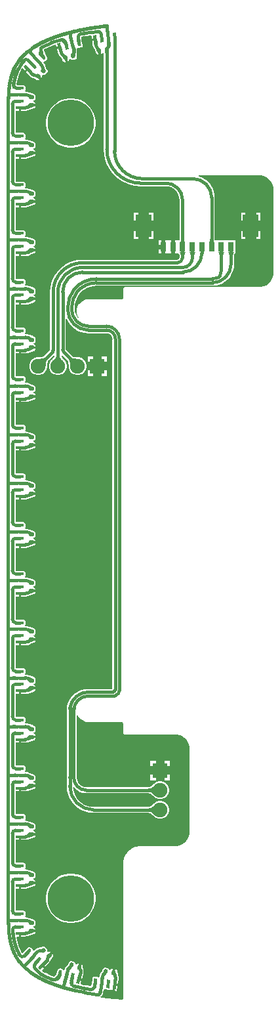
<source format=gtl>
G04*
G04 #@! TF.GenerationSoftware,Altium Limited,Altium Designer,24.2.2 (26)*
G04*
G04 Layer_Physical_Order=1*
G04 Layer_Color=255*
%FSLAX43Y43*%
%MOMM*%
G71*
G04*
G04 #@! TF.SameCoordinates,CE86931C-6916-4A25-866B-2747C1F1E0B7*
G04*
G04*
G04 #@! TF.FilePolarity,Positive*
G04*
G01*
G75*
%ADD40C,0.381*%
%ADD41C,0.381*%
%ADD42R,0.800X1.300*%
%ADD43R,2.100X3.000*%
G04:AMPARAMS|DCode=44|XSize=0.5mm|YSize=0.6mm|CornerRadius=0.125mm|HoleSize=0mm|Usage=FLASHONLY|Rotation=173.000|XOffset=0mm|YOffset=0mm|HoleType=Round|Shape=RoundedRectangle|*
%AMROUNDEDRECTD44*
21,1,0.500,0.350,0,0,173.0*
21,1,0.250,0.600,0,0,173.0*
1,1,0.250,-0.103,0.189*
1,1,0.250,0.145,0.158*
1,1,0.250,0.103,-0.189*
1,1,0.250,-0.145,-0.158*
%
%ADD44ROUNDEDRECTD44*%
G04:AMPARAMS|DCode=45|XSize=0.5mm|YSize=0.6mm|CornerRadius=0.125mm|HoleSize=0mm|Usage=FLASHONLY|Rotation=165.000|XOffset=0mm|YOffset=0mm|HoleType=Round|Shape=RoundedRectangle|*
%AMROUNDEDRECTD45*
21,1,0.500,0.350,0,0,165.0*
21,1,0.250,0.600,0,0,165.0*
1,1,0.250,-0.075,0.201*
1,1,0.250,0.166,0.137*
1,1,0.250,0.075,-0.201*
1,1,0.250,-0.166,-0.137*
%
%ADD45ROUNDEDRECTD45*%
G04:AMPARAMS|DCode=46|XSize=0.5mm|YSize=0.6mm|CornerRadius=0.125mm|HoleSize=0mm|Usage=FLASHONLY|Rotation=138.000|XOffset=0mm|YOffset=0mm|HoleType=Round|Shape=RoundedRectangle|*
%AMROUNDEDRECTD46*
21,1,0.500,0.350,0,0,138.0*
21,1,0.250,0.600,0,0,138.0*
1,1,0.250,0.024,0.214*
1,1,0.250,0.210,0.046*
1,1,0.250,-0.024,-0.214*
1,1,0.250,-0.210,-0.046*
%
%ADD46ROUNDEDRECTD46*%
G04:AMPARAMS|DCode=47|XSize=0.5mm|YSize=0.6mm|CornerRadius=0.125mm|HoleSize=0mm|Usage=FLASHONLY|Rotation=90.000|XOffset=0mm|YOffset=0mm|HoleType=Round|Shape=RoundedRectangle|*
%AMROUNDEDRECTD47*
21,1,0.500,0.350,0,0,90.0*
21,1,0.250,0.600,0,0,90.0*
1,1,0.250,0.175,0.125*
1,1,0.250,0.175,-0.125*
1,1,0.250,-0.175,-0.125*
1,1,0.250,-0.175,0.125*
%
%ADD47ROUNDEDRECTD47*%
G04:AMPARAMS|DCode=48|XSize=0.5mm|YSize=0.6mm|CornerRadius=0.125mm|HoleSize=0mm|Usage=FLASHONLY|Rotation=42.000|XOffset=0mm|YOffset=0mm|HoleType=Round|Shape=RoundedRectangle|*
%AMROUNDEDRECTD48*
21,1,0.500,0.350,0,0,42.0*
21,1,0.250,0.600,0,0,42.0*
1,1,0.250,0.210,-0.046*
1,1,0.250,0.024,-0.214*
1,1,0.250,-0.210,0.046*
1,1,0.250,-0.024,0.214*
%
%ADD48ROUNDEDRECTD48*%
G04:AMPARAMS|DCode=49|XSize=0.5mm|YSize=0.6mm|CornerRadius=0.125mm|HoleSize=0mm|Usage=FLASHONLY|Rotation=15.000|XOffset=0mm|YOffset=0mm|HoleType=Round|Shape=RoundedRectangle|*
%AMROUNDEDRECTD49*
21,1,0.500,0.350,0,0,15.0*
21,1,0.250,0.600,0,0,15.0*
1,1,0.250,0.166,-0.137*
1,1,0.250,-0.075,-0.201*
1,1,0.250,-0.166,0.137*
1,1,0.250,0.075,0.201*
%
%ADD49ROUNDEDRECTD49*%
G04:AMPARAMS|DCode=50|XSize=0.5mm|YSize=0.6mm|CornerRadius=0.125mm|HoleSize=0mm|Usage=FLASHONLY|Rotation=7.000|XOffset=0mm|YOffset=0mm|HoleType=Round|Shape=RoundedRectangle|*
%AMROUNDEDRECTD50*
21,1,0.500,0.350,0,0,7.0*
21,1,0.250,0.600,0,0,7.0*
1,1,0.250,0.145,-0.158*
1,1,0.250,-0.103,-0.189*
1,1,0.250,-0.145,0.158*
1,1,0.250,0.103,0.189*
%
%ADD50ROUNDEDRECTD50*%
G04:AMPARAMS|DCode=51|XSize=1.09mm|YSize=0.4mm|CornerRadius=0mm|HoleSize=0mm|Usage=FLASHONLY|Rotation=83.000|XOffset=0mm|YOffset=0mm|HoleType=Round|Shape=Rectangle|*
%AMROTATEDRECTD51*
4,1,4,0.132,-0.565,-0.265,-0.517,-0.132,0.565,0.265,0.517,0.132,-0.565,0.0*
%
%ADD51ROTATEDRECTD51*%

G04:AMPARAMS|DCode=52|XSize=1.09mm|YSize=0.4mm|CornerRadius=0.1mm|HoleSize=0mm|Usage=FLASHONLY|Rotation=83.000|XOffset=0mm|YOffset=0mm|HoleType=Round|Shape=RoundedRectangle|*
%AMROUNDEDRECTD52*
21,1,1.090,0.200,0,0,83.0*
21,1,0.890,0.400,0,0,83.0*
1,1,0.200,0.153,0.430*
1,1,0.200,0.045,-0.454*
1,1,0.200,-0.153,-0.430*
1,1,0.200,-0.045,0.454*
%
%ADD52ROUNDEDRECTD52*%
G04:AMPARAMS|DCode=53|XSize=1.09mm|YSize=0.4mm|CornerRadius=0mm|HoleSize=0mm|Usage=FLASHONLY|Rotation=75.000|XOffset=0mm|YOffset=0mm|HoleType=Round|Shape=Rectangle|*
%AMROTATEDRECTD53*
4,1,4,0.052,-0.578,-0.334,-0.475,-0.052,0.578,0.334,0.475,0.052,-0.578,0.0*
%
%ADD53ROTATEDRECTD53*%

G04:AMPARAMS|DCode=54|XSize=1.09mm|YSize=0.4mm|CornerRadius=0.1mm|HoleSize=0mm|Usage=FLASHONLY|Rotation=75.000|XOffset=0mm|YOffset=0mm|HoleType=Round|Shape=RoundedRectangle|*
%AMROUNDEDRECTD54*
21,1,1.090,0.200,0,0,75.0*
21,1,0.890,0.400,0,0,75.0*
1,1,0.200,0.212,0.404*
1,1,0.200,-0.019,-0.456*
1,1,0.200,-0.212,-0.404*
1,1,0.200,0.019,0.456*
%
%ADD54ROUNDEDRECTD54*%
G04:AMPARAMS|DCode=55|XSize=1.09mm|YSize=0.4mm|CornerRadius=0mm|HoleSize=0mm|Usage=FLASHONLY|Rotation=48.000|XOffset=0mm|YOffset=0mm|HoleType=Round|Shape=Rectangle|*
%AMROTATEDRECTD55*
4,1,4,-0.216,-0.539,-0.513,-0.271,0.216,0.539,0.513,0.271,-0.216,-0.539,0.0*
%
%ADD55ROTATEDRECTD55*%

G04:AMPARAMS|DCode=56|XSize=1.09mm|YSize=0.4mm|CornerRadius=0.1mm|HoleSize=0mm|Usage=FLASHONLY|Rotation=48.000|XOffset=0mm|YOffset=0mm|HoleType=Round|Shape=RoundedRectangle|*
%AMROUNDEDRECTD56*
21,1,1.090,0.200,0,0,48.0*
21,1,0.890,0.400,0,0,48.0*
1,1,0.200,0.372,0.264*
1,1,0.200,-0.223,-0.398*
1,1,0.200,-0.372,-0.264*
1,1,0.200,0.223,0.398*
%
%ADD56ROUNDEDRECTD56*%
%ADD57R,1.090X0.400*%
G04:AMPARAMS|DCode=58|XSize=1.09mm|YSize=0.4mm|CornerRadius=0.1mm|HoleSize=0mm|Usage=FLASHONLY|Rotation=0.000|XOffset=0mm|YOffset=0mm|HoleType=Round|Shape=RoundedRectangle|*
%AMROUNDEDRECTD58*
21,1,1.090,0.200,0,0,0.0*
21,1,0.890,0.400,0,0,0.0*
1,1,0.200,0.445,-0.100*
1,1,0.200,-0.445,-0.100*
1,1,0.200,-0.445,0.100*
1,1,0.200,0.445,0.100*
%
%ADD58ROUNDEDRECTD58*%
G04:AMPARAMS|DCode=59|XSize=1.09mm|YSize=0.4mm|CornerRadius=0mm|HoleSize=0mm|Usage=FLASHONLY|Rotation=312.000|XOffset=0mm|YOffset=0mm|HoleType=Round|Shape=Rectangle|*
%AMROTATEDRECTD59*
4,1,4,-0.513,0.271,-0.216,0.539,0.513,-0.271,0.216,-0.539,-0.513,0.271,0.0*
%
%ADD59ROTATEDRECTD59*%

G04:AMPARAMS|DCode=60|XSize=1.09mm|YSize=0.4mm|CornerRadius=0.1mm|HoleSize=0mm|Usage=FLASHONLY|Rotation=312.000|XOffset=0mm|YOffset=0mm|HoleType=Round|Shape=RoundedRectangle|*
%AMROUNDEDRECTD60*
21,1,1.090,0.200,0,0,312.0*
21,1,0.890,0.400,0,0,312.0*
1,1,0.200,0.223,-0.398*
1,1,0.200,-0.372,0.264*
1,1,0.200,-0.223,0.398*
1,1,0.200,0.372,-0.264*
%
%ADD60ROUNDEDRECTD60*%
G04:AMPARAMS|DCode=61|XSize=1.09mm|YSize=0.4mm|CornerRadius=0mm|HoleSize=0mm|Usage=FLASHONLY|Rotation=285.000|XOffset=0mm|YOffset=0mm|HoleType=Round|Shape=Rectangle|*
%AMROTATEDRECTD61*
4,1,4,-0.334,0.475,0.052,0.578,0.334,-0.475,-0.052,-0.578,-0.334,0.475,0.0*
%
%ADD61ROTATEDRECTD61*%

G04:AMPARAMS|DCode=62|XSize=1.09mm|YSize=0.4mm|CornerRadius=0.1mm|HoleSize=0mm|Usage=FLASHONLY|Rotation=285.000|XOffset=0mm|YOffset=0mm|HoleType=Round|Shape=RoundedRectangle|*
%AMROUNDEDRECTD62*
21,1,1.090,0.200,0,0,285.0*
21,1,0.890,0.400,0,0,285.0*
1,1,0.200,0.019,-0.456*
1,1,0.200,-0.212,0.404*
1,1,0.200,-0.019,0.456*
1,1,0.200,0.212,-0.404*
%
%ADD62ROUNDEDRECTD62*%
G04:AMPARAMS|DCode=63|XSize=1.09mm|YSize=0.4mm|CornerRadius=0mm|HoleSize=0mm|Usage=FLASHONLY|Rotation=277.000|XOffset=0mm|YOffset=0mm|HoleType=Round|Shape=Rectangle|*
%AMROTATEDRECTD63*
4,1,4,-0.265,0.517,0.132,0.565,0.265,-0.517,-0.132,-0.565,-0.265,0.517,0.0*
%
%ADD63ROTATEDRECTD63*%

G04:AMPARAMS|DCode=64|XSize=1.09mm|YSize=0.4mm|CornerRadius=0.1mm|HoleSize=0mm|Usage=FLASHONLY|Rotation=277.000|XOffset=0mm|YOffset=0mm|HoleType=Round|Shape=RoundedRectangle|*
%AMROUNDEDRECTD64*
21,1,1.090,0.200,0,0,277.0*
21,1,0.890,0.400,0,0,277.0*
1,1,0.200,-0.045,-0.454*
1,1,0.200,-0.153,0.430*
1,1,0.200,0.045,0.454*
1,1,0.200,0.153,-0.430*
%
%ADD64ROUNDEDRECTD64*%
%ADD65C,1.900*%
%ADD66R,1.900X1.900*%
%ADD67R,1.900X1.900*%
%ADD68C,6.000*%
%ADD69C,0.600*%
G36*
X13627Y124946D02*
X13236Y124898D01*
X13236Y124902D01*
X13235Y124913D01*
X13192Y125276D01*
X13570Y125323D01*
X13627Y124946D01*
D02*
G37*
G36*
X8940Y124145D02*
X8559Y124044D01*
X8465Y124413D01*
X8833Y124511D01*
X8940Y124145D01*
D02*
G37*
G36*
X13757Y123867D02*
X13756Y123860D01*
X13756Y123847D01*
X13756Y123829D01*
X13767Y123707D01*
X13778Y123617D01*
X13399Y123570D01*
X13368Y123822D01*
X13759Y123870D01*
X13757Y123867D01*
D02*
G37*
G36*
X8129Y123928D02*
X7844Y123480D01*
X7533Y123920D01*
X7887Y124218D01*
X8129Y123928D01*
D02*
G37*
G36*
X12127Y123393D02*
X11749Y123347D01*
X11701Y123618D01*
X12092Y123666D01*
X12127Y123393D01*
D02*
G37*
G36*
X11378Y124583D02*
X11418Y124260D01*
X11815Y124308D01*
X11846Y124050D01*
X11449Y124002D01*
X11499Y123597D01*
X11499Y123593D01*
X11500Y123588D01*
X11500Y123586D01*
X11500Y123582D01*
X11502Y123571D01*
X11524Y123391D01*
X11524Y123391D01*
X11543Y123321D01*
X11556Y123282D01*
X11565Y123215D01*
X11643Y123027D01*
X11667Y122995D01*
X11679Y122968D01*
X11715Y122918D01*
X11915Y122524D01*
X11921Y122476D01*
X11961Y122353D01*
X12046Y122255D01*
X12161Y122197D01*
X12249Y122190D01*
X12192Y122660D01*
X12121Y122569D01*
X11878Y123046D01*
X12161Y123307D01*
X12209Y123239D01*
X12362Y123054D01*
X12390Y123029D01*
X12415Y123012D01*
X12435Y123004D01*
X12450Y123004D01*
X12462Y123013D01*
X12213Y122688D01*
X12516Y122725D01*
X12577Y122231D01*
X12661Y122258D01*
X12759Y122343D01*
X12923Y122394D01*
X12939Y122386D01*
X12947Y122241D01*
Y109958D01*
X12944D01*
X12985Y109337D01*
X13106Y108726D01*
X13307Y108137D01*
X13582Y107578D01*
X13928Y107061D01*
X14338Y106593D01*
X14806Y106183D01*
X15323Y105837D01*
X15882Y105562D01*
X16471Y105361D01*
X17081Y105240D01*
X17703Y105199D01*
Y105202D01*
X20950D01*
X20962Y105204D01*
X21297Y105171D01*
X21631Y105070D01*
X21939Y104905D01*
X22209Y104684D01*
X22430Y104414D01*
X22595Y104106D01*
X22696Y103772D01*
X22729Y103437D01*
X22727Y103425D01*
Y98323D01*
X22652Y98205D01*
X22525Y98205D01*
X22400Y98205D01*
X22140D01*
Y97355D01*
Y96505D01*
X22400D01*
X22475Y96505D01*
X22619Y96505D01*
X22727Y96287D01*
Y96014D01*
X22727Y96013D01*
X22705Y95903D01*
X22642Y95808D01*
X22547Y95745D01*
X22437Y95723D01*
X22436Y95723D01*
X10180D01*
Y95724D01*
X9638Y95689D01*
X9105Y95583D01*
X8590Y95408D01*
X8103Y95168D01*
X7651Y94866D01*
X7242Y94508D01*
X6884Y94099D01*
X6582Y93647D01*
X6342Y93160D01*
X6167Y92645D01*
X6061Y92112D01*
X6026Y91570D01*
X6027D01*
X6027Y84109D01*
X6020Y84093D01*
X5236Y83309D01*
X5194Y83280D01*
X5142Y83253D01*
X5080Y83227D01*
X5008Y83205D01*
X4926Y83186D01*
X4837Y83172D01*
X4619Y83155D01*
X4497Y83154D01*
X4479Y83150D01*
X4339D01*
X4046Y83072D01*
X3784Y82920D01*
X3570Y82706D01*
X3418Y82444D01*
X3340Y82151D01*
Y81849D01*
X3418Y81556D01*
X3570Y81294D01*
X3784Y81080D01*
X4046Y80928D01*
X4339Y80850D01*
X4641D01*
X4934Y80928D01*
X5196Y81080D01*
X5410Y81294D01*
X5562Y81556D01*
X5640Y81849D01*
Y81987D01*
X5644Y82003D01*
X5651Y82245D01*
X5662Y82344D01*
X5676Y82436D01*
X5695Y82518D01*
X5717Y82590D01*
X5743Y82652D01*
X5770Y82704D01*
X5799Y82746D01*
X6425Y83372D01*
X6568Y83338D01*
X6583Y83295D01*
X6579Y83285D01*
X6544Y83218D01*
X6499Y83147D01*
X6447Y83074D01*
X6305Y82908D01*
X6219Y82821D01*
X6209Y82805D01*
X6110Y82706D01*
X5958Y82444D01*
X5880Y82151D01*
Y81849D01*
X5958Y81556D01*
X6110Y81294D01*
X6324Y81080D01*
X6586Y80928D01*
X6879Y80850D01*
X7181D01*
X7474Y80928D01*
X7736Y81080D01*
X7950Y81294D01*
X8102Y81556D01*
X8180Y81849D01*
Y82151D01*
X8102Y82444D01*
X7950Y82706D01*
X7852Y82804D01*
X7844Y82818D01*
X7678Y82994D01*
X7615Y83072D01*
X7561Y83147D01*
X7516Y83218D01*
X7481Y83285D01*
X7477Y83295D01*
X7492Y83338D01*
X7635Y83372D01*
X8261Y82746D01*
X8290Y82704D01*
X8317Y82652D01*
X8343Y82590D01*
X8365Y82518D01*
X8384Y82436D01*
X8398Y82347D01*
X8415Y82129D01*
X8416Y82007D01*
X8420Y81989D01*
Y81849D01*
X8498Y81556D01*
X8650Y81294D01*
X8864Y81080D01*
X9126Y80928D01*
X9419Y80850D01*
X9721D01*
X10014Y80928D01*
X10276Y81080D01*
X10490Y81294D01*
X10642Y81556D01*
X10720Y81849D01*
Y82151D01*
X10642Y82444D01*
X10490Y82706D01*
X10276Y82920D01*
X10014Y83072D01*
X9721Y83150D01*
X9583D01*
X9567Y83154D01*
X9325Y83161D01*
X9226Y83172D01*
X9134Y83186D01*
X9052Y83205D01*
X8980Y83227D01*
X8918Y83253D01*
X8866Y83280D01*
X8824Y83309D01*
X8055Y84078D01*
X8048Y84094D01*
Y88048D01*
X8173Y88073D01*
X8235Y87923D01*
X8487Y87512D01*
X8801Y87145D01*
X9168Y86831D01*
X9579Y86579D01*
X10025Y86395D01*
X10494Y86282D01*
X10975Y86244D01*
Y86246D01*
X13177D01*
X13298Y86246D01*
X13300Y86246D01*
X13301Y86246D01*
X13301Y86246D01*
X13304Y86246D01*
X13305Y86246D01*
X13496Y86221D01*
X13684Y86143D01*
X13845Y86020D01*
X13968Y85859D01*
X14046Y85671D01*
X14072Y85475D01*
X14071Y85470D01*
Y40355D01*
X10956D01*
Y40356D01*
X10518Y40322D01*
X10090Y40219D01*
X9684Y40050D01*
X9308Y39821D01*
X8974Y39535D01*
X8688Y39200D01*
X8458Y38825D01*
X8290Y38419D01*
X8214Y38100D01*
X8187Y37991D01*
X8186Y37979D01*
X8182Y37918D01*
X8184Y37906D01*
X8167Y37779D01*
X8168Y37778D01*
X8171Y37655D01*
Y35825D01*
X8171Y35824D01*
X8171Y35824D01*
X8171Y29036D01*
X8168Y28927D01*
X8166Y28927D01*
X8168Y28913D01*
X8172Y28789D01*
X8176Y27954D01*
X8174Y27834D01*
X8174Y27834D01*
X8170Y27830D01*
X8170Y27830D01*
X8183Y27710D01*
X8216Y27288D01*
X8343Y26759D01*
X8552Y26256D01*
X8836Y25793D01*
X9189Y25379D01*
X9603Y25026D01*
X10066Y24742D01*
X10569Y24533D01*
X11098Y24406D01*
X11640Y24364D01*
Y24367D01*
X18775D01*
X18825Y24357D01*
X18882Y24340D01*
X18943Y24314D01*
X19010Y24279D01*
X19081Y24234D01*
X19154Y24182D01*
X19320Y24040D01*
X19407Y23954D01*
X19423Y23944D01*
X19522Y23845D01*
X19784Y23693D01*
X20077Y23615D01*
X20379D01*
X20672Y23693D01*
X20934Y23845D01*
X21148Y24059D01*
X21300Y24321D01*
X21378Y24614D01*
Y24916D01*
X21300Y25209D01*
X21148Y25471D01*
X20934Y25685D01*
X20672Y25837D01*
X20379Y25915D01*
X20077D01*
X19784Y25837D01*
X19522Y25685D01*
X19424Y25587D01*
X19410Y25579D01*
X19234Y25413D01*
X19156Y25350D01*
X19081Y25296D01*
X19010Y25251D01*
X18943Y25216D01*
X18882Y25190D01*
X18825Y25173D01*
X18775Y25163D01*
X11640D01*
X11629Y25161D01*
X11222Y25193D01*
X10815Y25291D01*
X10428Y25451D01*
X10071Y25670D01*
X9752Y25942D01*
X9480Y26261D01*
X9261Y26618D01*
X9101Y27005D01*
X9003Y27412D01*
X8985Y27644D01*
X9106Y27693D01*
X9267Y27497D01*
X9574Y27246D01*
X9923Y27059D01*
X10303Y26944D01*
X10697Y26905D01*
Y26907D01*
X18775D01*
X18825Y26897D01*
X18882Y26880D01*
X18943Y26854D01*
X19010Y26819D01*
X19081Y26774D01*
X19154Y26722D01*
X19320Y26580D01*
X19407Y26494D01*
X19423Y26484D01*
X19522Y26385D01*
X19784Y26233D01*
X20077Y26155D01*
X20379D01*
X20672Y26233D01*
X20934Y26385D01*
X21148Y26599D01*
X21300Y26861D01*
X21378Y27154D01*
Y27456D01*
X21300Y27749D01*
X21148Y28011D01*
X20934Y28225D01*
X20672Y28377D01*
X20379Y28455D01*
X20077D01*
X19784Y28377D01*
X19522Y28225D01*
X19424Y28127D01*
X19410Y28119D01*
X19234Y27953D01*
X19156Y27890D01*
X19081Y27836D01*
X19010Y27791D01*
X18943Y27756D01*
X18882Y27730D01*
X18825Y27713D01*
X18775Y27703D01*
X10697D01*
X10681Y27700D01*
X10379Y27740D01*
X10082Y27862D01*
X9828Y28058D01*
X9632Y28312D01*
X9510Y28609D01*
X9470Y28911D01*
X9473Y28927D01*
Y36935D01*
X9598Y36968D01*
X9744Y36716D01*
X9766Y36691D01*
X9784Y36663D01*
X10015Y36432D01*
X10043Y36414D01*
X10068Y36392D01*
X10351Y36228D01*
X10382Y36218D01*
X10412Y36203D01*
X10727Y36119D01*
X10752Y36117D01*
X10777Y36110D01*
X10940Y36100D01*
X10948Y36101D01*
X10956Y36099D01*
X15255Y36099D01*
X15345Y36062D01*
X15414Y35993D01*
X15451Y35903D01*
Y35854D01*
Y34740D01*
X15471Y34643D01*
X15526Y34560D01*
X15609Y34505D01*
X15706Y34485D01*
X22237Y34485D01*
X22408D01*
X22746Y34418D01*
X23063Y34287D01*
X23349Y34096D01*
X23592Y33853D01*
X23783Y33567D01*
X23915Y33249D01*
X23982Y32912D01*
X23982Y32740D01*
X23982Y21854D01*
X23982Y21682D01*
X23915Y21345D01*
X23783Y21027D01*
X23592Y20742D01*
X23349Y20499D01*
X23063Y20308D01*
X22746Y20176D01*
X22408Y20109D01*
X22237D01*
X17706Y20109D01*
X17700Y20108D01*
X17694Y20109D01*
X17498Y20099D01*
X17479Y20094D01*
X17461D01*
X17076Y20018D01*
X17053Y20008D01*
X17028Y20003D01*
X16666Y19853D01*
X16645Y19839D01*
X16622Y19830D01*
X16296Y19612D01*
X16278Y19594D01*
X16257Y19580D01*
X15980Y19303D01*
X15966Y19282D01*
X15948Y19264D01*
X15731Y18938D01*
X15721Y18915D01*
X15707Y18894D01*
X15557Y18532D01*
X15552Y18508D01*
X15542Y18484D01*
X15466Y18100D01*
Y18081D01*
X15461Y18063D01*
X15452Y17867D01*
X15453Y17860D01*
X15451Y17854D01*
Y404D01*
X15327Y288D01*
X15228Y295D01*
X15129Y302D01*
X15030Y310D01*
X14931Y317D01*
X14832Y325D01*
X14832D01*
X14734Y333D01*
X14635Y341D01*
X14536Y350D01*
X14536D01*
X14422Y360D01*
X14307Y370D01*
X14193Y380D01*
X14193Y380D01*
X14078Y391D01*
X13964Y402D01*
X13866Y412D01*
X13768Y422D01*
X13670Y432D01*
X13557Y443D01*
X13444Y455D01*
X13330Y468D01*
X13217Y480D01*
X13104Y493D01*
X12991Y506D01*
X12895Y518D01*
X12798Y530D01*
X12798D01*
X12703Y541D01*
X12607Y553D01*
X12557Y560D01*
X12527Y689D01*
X12527Y690D01*
X12554Y708D01*
X12666Y819D01*
X12666Y819D01*
X12666Y819D01*
X12719Y873D01*
X12796Y988D01*
X12796Y988D01*
X12806Y1002D01*
X12808Y1015D01*
X12842Y1091D01*
X12842Y1091D01*
X12872Y1179D01*
X12875Y1193D01*
X12876Y1196D01*
X12876Y1196D01*
X12877Y1201D01*
X12883Y1231D01*
X12926Y1499D01*
X12932Y1528D01*
X13010Y1617D01*
X13094Y1607D01*
X13720Y1530D01*
X13844Y1515D01*
X13928Y1504D01*
X14112Y1482D01*
X14203Y2221D01*
X14332Y2205D01*
X14347Y2334D01*
X14746Y2286D01*
X14778Y2497D01*
X14778Y2500D01*
X14779Y2504D01*
X14845Y2997D01*
X14843Y3024D01*
X14848Y3050D01*
Y3172D01*
X14851D01*
X14809Y3495D01*
X14785Y3551D01*
X14672Y3953D01*
X14667Y4017D01*
X14609Y4132D01*
X14511Y4217D01*
X14427Y4244D01*
X14374Y3813D01*
X14471Y3913D01*
X14610Y3421D01*
X14259Y3172D01*
X14242Y3254D01*
X14206Y3384D01*
X14187Y3432D01*
X14167Y3469D01*
X14147Y3495D01*
X14126Y3510D01*
X14104Y3514D01*
X14082Y3507D01*
X14059Y3489D01*
X14318Y3756D01*
X14039Y3790D01*
X14099Y4285D01*
X14011Y4278D01*
X13896Y4220D01*
X13811Y4122D01*
X13803Y4097D01*
X13677Y4113D01*
X13675Y4139D01*
X13616Y4254D01*
X13518Y4339D01*
X13396Y4379D01*
X13148Y4410D01*
X13019Y4400D01*
X12903Y4342D01*
X12819Y4244D01*
X12778Y4121D01*
X12765Y4009D01*
X12728Y3973D01*
X12640Y3885D01*
X12640Y3885D01*
X12497Y3699D01*
X12407Y3482D01*
X12385Y3316D01*
X12380Y3298D01*
X12358Y3198D01*
X12255Y3136D01*
X12225Y3130D01*
X12134Y3208D01*
X12021Y3246D01*
X11823Y3270D01*
X11704Y3261D01*
X11597Y3207D01*
X11519Y3117D01*
X11482Y3004D01*
X11393Y2281D01*
X11353Y2013D01*
X10654Y2117D01*
X10636Y2121D01*
X10632Y2126D01*
X10632Y2126D01*
X10532Y2145D01*
X10408Y2164D01*
X10065Y2232D01*
X9976Y2353D01*
X9974Y2378D01*
X10054Y2675D01*
X9667Y2778D01*
X9735Y3029D01*
X10121Y2926D01*
X10132Y2966D01*
X10180Y3138D01*
X10180Y3140D01*
X10181Y3142D01*
X10310Y3622D01*
X10313Y3674D01*
X10323Y3725D01*
Y4082D01*
X10324D01*
X10291Y4326D01*
X10236Y4459D01*
X10252Y4517D01*
X10260Y4646D01*
X10219Y4769D01*
X10134Y4866D01*
X10054Y4905D01*
X9925Y4423D01*
X9607Y4509D01*
X9736Y4990D01*
X9647Y4996D01*
X9525Y4955D01*
X9428Y4869D01*
X9416Y4846D01*
X9293Y4879D01*
X9295Y4905D01*
X9253Y5027D01*
X9168Y5125D01*
X9052Y5182D01*
X8810Y5246D01*
X8681Y5255D01*
X8559Y5213D01*
X8462Y5128D01*
X8404Y5012D01*
X8393Y4969D01*
X8386Y4951D01*
X8371Y4920D01*
X8322Y4839D01*
X8297Y4803D01*
X8198Y4686D01*
X8054Y4542D01*
X8054Y4542D01*
X8052Y4544D01*
X7939Y4374D01*
X7923Y4294D01*
X7915Y4278D01*
X7873Y4120D01*
X7744Y4113D01*
X7665Y4203D01*
X7558Y4256D01*
X7365Y4307D01*
X7246Y4315D01*
X7133Y4277D01*
X7043Y4198D01*
X6990Y4091D01*
X6844Y3547D01*
X6604Y3290D01*
X6498Y3263D01*
X6463Y3272D01*
X6439Y3282D01*
X6375Y3309D01*
X6374Y3310D01*
X6258Y3356D01*
X5440Y3721D01*
X5329Y3776D01*
X5328Y3777D01*
X5215Y3829D01*
X5173Y3851D01*
X5067Y3912D01*
X5064Y3913D01*
X5030Y3939D01*
X5003Y4096D01*
X5211Y4327D01*
X4913Y4594D01*
X5087Y4787D01*
X5385Y4520D01*
X5657Y4823D01*
X5661Y4825D01*
X5662Y4827D01*
X5664Y4828D01*
X5691Y4860D01*
X5796Y4977D01*
Y4977D01*
X5877Y5061D01*
X5913Y5096D01*
X5913Y5096D01*
X6106Y5348D01*
X6228Y5641D01*
X6233Y5679D01*
X6324Y5781D01*
X6391Y5892D01*
X6409Y6020D01*
X6377Y6145D01*
X6324Y6216D01*
X5991Y5845D01*
X5746Y6066D01*
X6079Y6437D01*
X6003Y6482D01*
X5875Y6500D01*
X5750Y6469D01*
X5729Y6453D01*
X5634Y6538D01*
X5647Y6561D01*
X5666Y6689D01*
X5634Y6814D01*
X5557Y6918D01*
X5371Y7085D01*
X5260Y7151D01*
X5132Y7170D01*
X5007Y7138D01*
X4903Y7060D01*
X4896Y7053D01*
X4783Y7025D01*
Y7025D01*
X4503Y6988D01*
X4242Y6880D01*
X4039Y6724D01*
X4017Y6708D01*
X4017Y6708D01*
X3953Y6636D01*
X3833Y6644D01*
X3805Y6657D01*
X3776Y6773D01*
X3704Y6868D01*
X3556Y7002D01*
X3453Y7063D01*
X3335Y7080D01*
X3219Y7051D01*
X3124Y6979D01*
X2637Y6438D01*
X2497Y6292D01*
X2468Y6294D01*
X2371Y6323D01*
X2355Y6353D01*
X2355Y6353D01*
X2293Y6461D01*
X2220Y6603D01*
X2177Y6696D01*
X2177Y6697D01*
X2177Y6697D01*
X2136Y6786D01*
X2110Y6846D01*
X2074Y6932D01*
X2051Y6988D01*
X2032Y7036D01*
X2014Y7083D01*
X1997Y7129D01*
X1982Y7170D01*
X1959Y7236D01*
X1959Y7236D01*
X1936Y7296D01*
X1918Y7358D01*
X1903Y7403D01*
X1903Y7403D01*
X1862Y7521D01*
X1862Y7523D01*
X1850Y7563D01*
X1840Y7598D01*
X1830Y7634D01*
X1824Y7657D01*
X1798Y7780D01*
X1771Y7872D01*
X1754Y7966D01*
X1729Y8081D01*
X1721Y8120D01*
X1705Y8188D01*
X1694Y8258D01*
Y8258D01*
X1679Y8327D01*
X1736Y8412D01*
X1758Y8429D01*
X1784Y8440D01*
X1970D01*
Y8840D01*
X2230D01*
Y8440D01*
X2845D01*
Y8446D01*
X3108Y8472D01*
X3401Y8561D01*
X3420Y8571D01*
X3861Y8736D01*
X3927Y8749D01*
X4034Y8821D01*
X4106Y8928D01*
X4123Y9015D01*
X3716D01*
X3800Y8931D01*
X3299Y8743D01*
X2973Y9045D01*
X3072Y9081D01*
X3231Y9152D01*
X3289Y9186D01*
X3334Y9219D01*
X3366Y9252D01*
X3384Y9284D01*
X3388Y9316D01*
X3378Y9347D01*
X3355Y9377D01*
X3625Y9106D01*
Y9345D01*
X4123D01*
X4106Y9432D01*
X4034Y9539D01*
X3927Y9611D01*
X3901Y9616D01*
Y9744D01*
X3927Y9749D01*
X4034Y9821D01*
X4106Y9928D01*
X4131Y10055D01*
Y10305D01*
X4106Y10432D01*
X4034Y10539D01*
X3927Y10611D01*
X3861Y10624D01*
X3420Y10789D01*
X3401Y10799D01*
X3108Y10888D01*
X2845Y10914D01*
Y10920D01*
X2801D01*
X2761Y11044D01*
X2828Y11143D01*
X2851Y11260D01*
Y11460D01*
X2828Y11577D01*
X2761Y11676D01*
X2662Y11743D01*
X2545Y11766D01*
X1655D01*
X1548Y11852D01*
Y14616D01*
X1970D01*
Y15016D01*
X2230D01*
Y14616D01*
X2845D01*
Y14622D01*
X3108Y14648D01*
X3401Y14737D01*
X3420Y14747D01*
X3861Y14912D01*
X3927Y14925D01*
X4034Y14997D01*
X4106Y15104D01*
X4123Y15191D01*
X3716D01*
X3800Y15107D01*
X3299Y14919D01*
X2973Y15221D01*
X3072Y15257D01*
X3231Y15328D01*
X3289Y15362D01*
X3334Y15395D01*
X3366Y15428D01*
X3384Y15460D01*
X3388Y15492D01*
X3378Y15523D01*
X3355Y15553D01*
X3625Y15282D01*
Y15521D01*
X4123D01*
X4106Y15608D01*
X4034Y15715D01*
X3927Y15787D01*
X3901Y15792D01*
Y15920D01*
X3927Y15925D01*
X4034Y15997D01*
X4106Y16104D01*
X4131Y16231D01*
Y16481D01*
X4106Y16608D01*
X4034Y16715D01*
X3927Y16787D01*
X3861Y16800D01*
X3420Y16965D01*
X3401Y16975D01*
X3108Y17064D01*
X2845Y17090D01*
Y17096D01*
X2801D01*
X2761Y17220D01*
X2828Y17319D01*
X2851Y17436D01*
Y17636D01*
X2828Y17753D01*
X2761Y17852D01*
X2662Y17919D01*
X2545Y17942D01*
X1655D01*
X1548Y18028D01*
Y20892D01*
X1970D01*
Y21292D01*
X2230D01*
Y20892D01*
X2845D01*
Y20898D01*
X3108Y20924D01*
X3401Y21013D01*
X3420Y21023D01*
X3861Y21188D01*
X3927Y21201D01*
X4034Y21273D01*
X4106Y21380D01*
X4123Y21467D01*
X3716D01*
X3800Y21383D01*
X3299Y21195D01*
X2973Y21497D01*
X3355Y21829D01*
X3625Y21558D01*
Y21797D01*
X4123D01*
X4106Y21884D01*
X4034Y21991D01*
X3927Y22063D01*
X3901Y22068D01*
Y22196D01*
X3927Y22201D01*
X4034Y22273D01*
X4106Y22380D01*
X4131Y22507D01*
Y22757D01*
X4106Y22884D01*
X4034Y22991D01*
X3927Y23063D01*
X3861Y23076D01*
X3420Y23241D01*
X3401Y23251D01*
X3108Y23340D01*
X2845Y23366D01*
Y23372D01*
X2801D01*
X2761Y23496D01*
X2828Y23595D01*
X2851Y23712D01*
Y23912D01*
X2828Y24029D01*
X2761Y24128D01*
X2662Y24195D01*
X2545Y24218D01*
X1655D01*
X1548Y24304D01*
Y27168D01*
X1970D01*
Y27568D01*
X2230D01*
Y27168D01*
X2845D01*
Y27174D01*
X3108Y27200D01*
X3401Y27289D01*
X3420Y27299D01*
X3861Y27464D01*
X3927Y27477D01*
X4034Y27549D01*
X4106Y27656D01*
X4123Y27743D01*
X3716D01*
X3800Y27659D01*
X3299Y27471D01*
X2973Y27773D01*
X3355Y28105D01*
X3625Y27834D01*
Y28073D01*
X4123D01*
X4106Y28160D01*
X4034Y28267D01*
X3927Y28339D01*
X3901Y28344D01*
Y28472D01*
X3927Y28477D01*
X4034Y28549D01*
X4106Y28656D01*
X4131Y28783D01*
Y29033D01*
X4106Y29160D01*
X4034Y29267D01*
X3927Y29339D01*
X3861Y29352D01*
X3420Y29517D01*
X3401Y29527D01*
X3108Y29616D01*
X2845Y29642D01*
Y29648D01*
X2801D01*
X2761Y29772D01*
X2828Y29871D01*
X2851Y29988D01*
Y30188D01*
X2828Y30305D01*
X2761Y30404D01*
X2662Y30471D01*
X2545Y30494D01*
X1655D01*
X1548Y30580D01*
Y33444D01*
X1970D01*
Y33844D01*
X2230D01*
Y33444D01*
X2845D01*
Y33450D01*
X3108Y33476D01*
X3401Y33565D01*
X3420Y33575D01*
X3861Y33740D01*
X3927Y33753D01*
X4034Y33825D01*
X4106Y33932D01*
X4123Y34019D01*
X3716D01*
X3800Y33935D01*
X3299Y33747D01*
X2973Y34049D01*
X3355Y34381D01*
X3625Y34110D01*
Y34349D01*
X4123D01*
X4106Y34436D01*
X4034Y34543D01*
X3927Y34615D01*
X3901Y34620D01*
Y34748D01*
X3927Y34753D01*
X4034Y34825D01*
X4106Y34932D01*
X4131Y35059D01*
Y35309D01*
X4106Y35436D01*
X4034Y35543D01*
X3927Y35615D01*
X3861Y35628D01*
X3420Y35793D01*
X3401Y35803D01*
X3108Y35892D01*
X2845Y35918D01*
Y35924D01*
X2801D01*
X2761Y36048D01*
X2828Y36147D01*
X2851Y36264D01*
Y36464D01*
X2828Y36581D01*
X2761Y36680D01*
X2662Y36747D01*
X2545Y36770D01*
X1655D01*
X1548Y36856D01*
Y39720D01*
X1970D01*
Y40120D01*
X2230D01*
Y39720D01*
X2845D01*
Y39726D01*
X3108Y39752D01*
X3401Y39841D01*
X3420Y39851D01*
X3861Y40016D01*
X3927Y40029D01*
X4034Y40101D01*
X4106Y40208D01*
X4123Y40295D01*
X3716D01*
X3800Y40211D01*
X3299Y40023D01*
X2973Y40325D01*
X3355Y40657D01*
X3625Y40386D01*
Y40625D01*
X4123D01*
X4106Y40712D01*
X4034Y40819D01*
X3927Y40891D01*
X3901Y40896D01*
Y41024D01*
X3927Y41029D01*
X4034Y41101D01*
X4106Y41208D01*
X4131Y41335D01*
Y41585D01*
X4106Y41712D01*
X4034Y41819D01*
X3927Y41891D01*
X3861Y41904D01*
X3420Y42069D01*
X3401Y42079D01*
X3108Y42168D01*
X2845Y42194D01*
Y42200D01*
X2801D01*
X2761Y42324D01*
X2828Y42423D01*
X2851Y42540D01*
Y42740D01*
X2828Y42857D01*
X2761Y42956D01*
X2662Y43023D01*
X2545Y43046D01*
X1655D01*
X1548Y43132D01*
Y45996D01*
X1970D01*
Y46396D01*
X2230D01*
Y45996D01*
X2845D01*
Y46002D01*
X3108Y46028D01*
X3401Y46117D01*
X3420Y46127D01*
X3861Y46292D01*
X3927Y46305D01*
X4034Y46377D01*
X4106Y46484D01*
X4123Y46571D01*
X3716D01*
X3800Y46487D01*
X3299Y46299D01*
X2973Y46601D01*
X3072Y46637D01*
X3231Y46708D01*
X3289Y46742D01*
X3334Y46775D01*
X3366Y46808D01*
X3384Y46840D01*
X3388Y46872D01*
X3378Y46903D01*
X3355Y46933D01*
X3625Y46662D01*
Y46901D01*
X4123D01*
X4106Y46988D01*
X4034Y47095D01*
X3927Y47167D01*
X3901Y47172D01*
Y47300D01*
X3927Y47305D01*
X4034Y47377D01*
X4106Y47484D01*
X4131Y47611D01*
Y47861D01*
X4106Y47988D01*
X4034Y48095D01*
X3927Y48167D01*
X3861Y48180D01*
X3420Y48345D01*
X3401Y48355D01*
X3108Y48444D01*
X2845Y48470D01*
Y48476D01*
X2801D01*
X2761Y48600D01*
X2828Y48699D01*
X2851Y48816D01*
Y49016D01*
X2828Y49133D01*
X2761Y49232D01*
X2662Y49299D01*
X2545Y49322D01*
X1655D01*
X1548Y49408D01*
Y52272D01*
X1970D01*
Y52672D01*
X2230D01*
Y52272D01*
X2845D01*
Y52278D01*
X3108Y52304D01*
X3401Y52393D01*
X3420Y52403D01*
X3861Y52568D01*
X3927Y52581D01*
X4034Y52653D01*
X4106Y52760D01*
X4123Y52847D01*
X3716D01*
X3800Y52763D01*
X3299Y52575D01*
X2973Y52877D01*
X3072Y52913D01*
X3231Y52984D01*
X3289Y53018D01*
X3334Y53051D01*
X3366Y53084D01*
X3384Y53116D01*
X3388Y53148D01*
X3378Y53179D01*
X3355Y53209D01*
X3625Y52938D01*
Y53177D01*
X4123D01*
X4106Y53264D01*
X4034Y53371D01*
X3927Y53443D01*
X3901Y53448D01*
Y53576D01*
X3927Y53581D01*
X4034Y53653D01*
X4106Y53760D01*
X4131Y53887D01*
Y54137D01*
X4106Y54264D01*
X4034Y54371D01*
X3927Y54443D01*
X3861Y54456D01*
X3420Y54621D01*
X3401Y54631D01*
X3108Y54720D01*
X2845Y54746D01*
Y54752D01*
X2801D01*
X2761Y54876D01*
X2828Y54975D01*
X2851Y55092D01*
Y55292D01*
X2828Y55409D01*
X2761Y55508D01*
X2662Y55575D01*
X2545Y55598D01*
X1655D01*
X1548Y55684D01*
Y58548D01*
X1970D01*
Y58948D01*
X2230D01*
Y58548D01*
X2845D01*
Y58554D01*
X3108Y58580D01*
X3401Y58669D01*
X3420Y58679D01*
X3861Y58844D01*
X3927Y58857D01*
X4034Y58929D01*
X4106Y59036D01*
X4123Y59123D01*
X3716D01*
X3800Y59039D01*
X3299Y58851D01*
X2973Y59153D01*
X3072Y59189D01*
X3231Y59260D01*
X3289Y59294D01*
X3334Y59327D01*
X3366Y59360D01*
X3384Y59392D01*
X3388Y59424D01*
X3378Y59455D01*
X3355Y59485D01*
X3625Y59214D01*
Y59453D01*
X4123D01*
X4106Y59540D01*
X4034Y59647D01*
X3927Y59719D01*
X3901Y59724D01*
Y59852D01*
X3927Y59857D01*
X4034Y59929D01*
X4106Y60036D01*
X4131Y60163D01*
Y60413D01*
X4106Y60540D01*
X4034Y60647D01*
X3927Y60719D01*
X3861Y60732D01*
X3420Y60897D01*
X3401Y60907D01*
X3108Y60996D01*
X2845Y61022D01*
Y61028D01*
X2801D01*
X2761Y61152D01*
X2828Y61251D01*
X2851Y61368D01*
Y61568D01*
X2828Y61685D01*
X2761Y61784D01*
X2662Y61851D01*
X2545Y61874D01*
X1655D01*
X1548Y61960D01*
Y64824D01*
X1970D01*
Y65224D01*
X2230D01*
Y64824D01*
X2845D01*
Y64830D01*
X3108Y64856D01*
X3401Y64945D01*
X3420Y64955D01*
X3861Y65120D01*
X3927Y65133D01*
X4034Y65205D01*
X4106Y65312D01*
X4123Y65399D01*
X3716D01*
X3800Y65315D01*
X3299Y65127D01*
X2973Y65429D01*
X3072Y65465D01*
X3231Y65536D01*
X3289Y65570D01*
X3334Y65603D01*
X3366Y65636D01*
X3384Y65668D01*
X3388Y65700D01*
X3378Y65731D01*
X3355Y65761D01*
X3625Y65490D01*
Y65729D01*
X4123D01*
X4106Y65816D01*
X4034Y65923D01*
X3927Y65995D01*
X3901Y66000D01*
Y66128D01*
X3927Y66133D01*
X4034Y66205D01*
X4106Y66312D01*
X4131Y66439D01*
Y66689D01*
X4106Y66816D01*
X4034Y66923D01*
X3927Y66995D01*
X3861Y67008D01*
X3420Y67173D01*
X3401Y67183D01*
X3108Y67272D01*
X2845Y67298D01*
Y67304D01*
X2801D01*
X2761Y67428D01*
X2828Y67527D01*
X2851Y67644D01*
Y67844D01*
X2828Y67961D01*
X2761Y68060D01*
X2662Y68127D01*
X2545Y68150D01*
X1655D01*
X1548Y68236D01*
Y71100D01*
X1970D01*
Y71500D01*
X2230D01*
Y71100D01*
X2845D01*
Y71106D01*
X3108Y71132D01*
X3401Y71221D01*
X3420Y71231D01*
X3861Y71396D01*
X3927Y71409D01*
X4034Y71481D01*
X4106Y71588D01*
X4123Y71675D01*
X3716D01*
X3800Y71591D01*
X3299Y71403D01*
X2973Y71705D01*
X3072Y71741D01*
X3231Y71812D01*
X3289Y71846D01*
X3334Y71879D01*
X3366Y71912D01*
X3384Y71944D01*
X3388Y71976D01*
X3378Y72007D01*
X3355Y72037D01*
X3625Y71766D01*
Y72005D01*
X4123D01*
X4106Y72092D01*
X4034Y72199D01*
X3927Y72271D01*
X3901Y72276D01*
Y72404D01*
X3927Y72409D01*
X4034Y72481D01*
X4106Y72588D01*
X4131Y72715D01*
Y72965D01*
X4106Y73092D01*
X4034Y73199D01*
X3927Y73271D01*
X3861Y73284D01*
X3420Y73449D01*
X3401Y73459D01*
X3108Y73548D01*
X2845Y73574D01*
Y73580D01*
X2801D01*
X2761Y73704D01*
X2828Y73803D01*
X2851Y73920D01*
Y74120D01*
X2828Y74237D01*
X2761Y74336D01*
X2662Y74403D01*
X2545Y74426D01*
X1655D01*
X1548Y74512D01*
Y77376D01*
X1970D01*
Y77776D01*
X2230D01*
Y77376D01*
X2845D01*
Y77382D01*
X3108Y77408D01*
X3401Y77497D01*
X3420Y77507D01*
X3861Y77672D01*
X3927Y77685D01*
X4034Y77757D01*
X4106Y77864D01*
X4123Y77951D01*
X3716D01*
X3800Y77867D01*
X3299Y77679D01*
X2973Y77981D01*
X3072Y78017D01*
X3231Y78088D01*
X3289Y78122D01*
X3334Y78155D01*
X3366Y78188D01*
X3384Y78220D01*
X3388Y78252D01*
X3378Y78283D01*
X3355Y78313D01*
X3625Y78042D01*
Y78281D01*
X4123D01*
X4106Y78368D01*
X4034Y78475D01*
X3927Y78547D01*
X3901Y78552D01*
Y78680D01*
X3927Y78685D01*
X4034Y78757D01*
X4106Y78864D01*
X4131Y78991D01*
Y79241D01*
X4106Y79368D01*
X4034Y79475D01*
X3927Y79547D01*
X3861Y79560D01*
X3420Y79725D01*
X3401Y79735D01*
X3108Y79824D01*
X2845Y79850D01*
Y79856D01*
X2801D01*
X2761Y79980D01*
X2828Y80079D01*
X2851Y80196D01*
Y80396D01*
X2828Y80513D01*
X2761Y80612D01*
X2662Y80679D01*
X2545Y80702D01*
X1655D01*
X1548Y80788D01*
Y83652D01*
X1970D01*
Y84052D01*
X2230D01*
Y83652D01*
X2845D01*
Y83658D01*
X3108Y83684D01*
X3401Y83773D01*
X3420Y83783D01*
X3861Y83948D01*
X3927Y83961D01*
X4034Y84033D01*
X4106Y84140D01*
X4123Y84227D01*
X3716D01*
X3800Y84143D01*
X3299Y83955D01*
X2973Y84257D01*
X3072Y84293D01*
X3231Y84364D01*
X3289Y84398D01*
X3334Y84431D01*
X3366Y84464D01*
X3384Y84496D01*
X3388Y84528D01*
X3378Y84559D01*
X3355Y84589D01*
X3625Y84318D01*
Y84557D01*
X4123D01*
X4106Y84644D01*
X4034Y84751D01*
X3927Y84823D01*
X3901Y84828D01*
Y84956D01*
X3927Y84961D01*
X4034Y85033D01*
X4106Y85140D01*
X4131Y85267D01*
Y85517D01*
X4106Y85644D01*
X4034Y85751D01*
X3927Y85823D01*
X3861Y85836D01*
X3420Y86001D01*
X3401Y86011D01*
X3108Y86100D01*
X2845Y86126D01*
Y86132D01*
X2801D01*
X2761Y86256D01*
X2828Y86355D01*
X2851Y86472D01*
Y86672D01*
X2828Y86789D01*
X2761Y86888D01*
X2662Y86955D01*
X2545Y86978D01*
X1655D01*
X1548Y87064D01*
Y89928D01*
X1970D01*
Y90328D01*
X2230D01*
Y89928D01*
X2845D01*
Y89934D01*
X3108Y89960D01*
X3401Y90049D01*
X3420Y90059D01*
X3861Y90224D01*
X3927Y90237D01*
X4034Y90309D01*
X4106Y90416D01*
X4123Y90503D01*
X3716D01*
X3800Y90419D01*
X3299Y90231D01*
X2973Y90533D01*
X3355Y90865D01*
X3625Y90594D01*
Y90833D01*
X4123D01*
X4106Y90920D01*
X4034Y91027D01*
X3927Y91099D01*
X3901Y91104D01*
Y91232D01*
X3927Y91237D01*
X4034Y91309D01*
X4106Y91416D01*
X4131Y91543D01*
Y91793D01*
X4106Y91920D01*
X4034Y92027D01*
X3927Y92099D01*
X3861Y92112D01*
X3420Y92277D01*
X3401Y92287D01*
X3108Y92376D01*
X2845Y92402D01*
Y92408D01*
X2801D01*
X2761Y92532D01*
X2828Y92631D01*
X2851Y92748D01*
Y92948D01*
X2828Y93065D01*
X2761Y93164D01*
X2662Y93231D01*
X2545Y93254D01*
X1655D01*
X1548Y93340D01*
Y96204D01*
X1970D01*
Y96604D01*
X2230D01*
Y96204D01*
X2845D01*
Y96210D01*
X3108Y96236D01*
X3401Y96325D01*
X3420Y96335D01*
X3861Y96500D01*
X3927Y96513D01*
X4034Y96585D01*
X4106Y96692D01*
X4123Y96779D01*
X3716D01*
X3800Y96695D01*
X3299Y96507D01*
X2973Y96809D01*
X3355Y97141D01*
X3625Y96870D01*
Y97109D01*
X4123D01*
X4106Y97196D01*
X4034Y97303D01*
X3927Y97375D01*
X3901Y97380D01*
Y97508D01*
X3927Y97513D01*
X4034Y97585D01*
X4106Y97692D01*
X4131Y97819D01*
Y98069D01*
X4106Y98196D01*
X4034Y98303D01*
X3927Y98375D01*
X3861Y98388D01*
X3420Y98553D01*
X3401Y98563D01*
X3108Y98652D01*
X2845Y98678D01*
Y98684D01*
X2801D01*
X2761Y98808D01*
X2828Y98907D01*
X2851Y99024D01*
Y99224D01*
X2828Y99341D01*
X2761Y99440D01*
X2662Y99507D01*
X2545Y99530D01*
X1655D01*
X1548Y99616D01*
Y102480D01*
X1970D01*
Y102880D01*
X2230D01*
Y102480D01*
X2845D01*
Y102486D01*
X3108Y102512D01*
X3401Y102601D01*
X3420Y102611D01*
X3861Y102776D01*
X3927Y102789D01*
X4034Y102861D01*
X4106Y102968D01*
X4123Y103055D01*
X3716D01*
X3800Y102971D01*
X3299Y102783D01*
X2973Y103085D01*
X3355Y103417D01*
X3625Y103146D01*
Y103385D01*
X4123D01*
X4106Y103472D01*
X4034Y103579D01*
X3927Y103651D01*
X3901Y103656D01*
Y103784D01*
X3927Y103789D01*
X4034Y103861D01*
X4106Y103968D01*
X4131Y104095D01*
Y104345D01*
X4106Y104472D01*
X4034Y104579D01*
X3927Y104651D01*
X3861Y104664D01*
X3420Y104829D01*
X3401Y104839D01*
X3108Y104928D01*
X2845Y104954D01*
Y104960D01*
X2801D01*
X2761Y105084D01*
X2828Y105183D01*
X2851Y105300D01*
Y105500D01*
X2828Y105617D01*
X2761Y105716D01*
X2662Y105783D01*
X2545Y105806D01*
X1655D01*
X1548Y105892D01*
Y108756D01*
X1970D01*
Y109156D01*
X2230D01*
Y108756D01*
X2845D01*
Y108762D01*
X3108Y108788D01*
X3401Y108877D01*
X3420Y108887D01*
X3861Y109052D01*
X3927Y109065D01*
X4034Y109137D01*
X4106Y109244D01*
X4123Y109331D01*
X3716D01*
X3800Y109247D01*
X3299Y109059D01*
X2973Y109361D01*
X3355Y109693D01*
X3625Y109422D01*
Y109661D01*
X4123D01*
X4106Y109748D01*
X4034Y109855D01*
X3927Y109927D01*
X3901Y109932D01*
Y110060D01*
X3927Y110065D01*
X4034Y110137D01*
X4106Y110244D01*
X4131Y110371D01*
Y110621D01*
X4106Y110748D01*
X4034Y110855D01*
X3927Y110927D01*
X3861Y110940D01*
X3420Y111105D01*
X3401Y111115D01*
X3108Y111204D01*
X2845Y111230D01*
Y111236D01*
X2801D01*
X2761Y111360D01*
X2828Y111459D01*
X2851Y111576D01*
Y111776D01*
X2828Y111893D01*
X2761Y111992D01*
X2662Y112059D01*
X2545Y112082D01*
X1676D01*
X1655Y112082D01*
X1550Y112166D01*
X1548Y112199D01*
X1548Y112204D01*
Y114932D01*
X1970D01*
Y115332D01*
X2230D01*
Y114932D01*
X2845D01*
Y114938D01*
X3108Y114964D01*
X3401Y115053D01*
X3420Y115063D01*
X3861Y115228D01*
X3927Y115241D01*
X4034Y115313D01*
X4106Y115420D01*
X4123Y115507D01*
X3716D01*
X3800Y115423D01*
X3299Y115235D01*
X2973Y115537D01*
X3355Y115869D01*
X3625Y115598D01*
Y115837D01*
X4123D01*
X4106Y115924D01*
X4034Y116031D01*
X3927Y116103D01*
X3901Y116108D01*
Y116236D01*
X3927Y116241D01*
X4034Y116313D01*
X4106Y116420D01*
X4131Y116547D01*
Y116797D01*
X4106Y116924D01*
X4034Y117031D01*
X3927Y117103D01*
X3861Y117116D01*
X3420Y117281D01*
X3401Y117291D01*
X3108Y117380D01*
X2845Y117406D01*
Y117412D01*
X2801D01*
X2761Y117536D01*
X2828Y117635D01*
X2851Y117752D01*
Y117952D01*
X2828Y118069D01*
X2761Y118168D01*
X2662Y118235D01*
X2545Y118258D01*
X1791D01*
X1767Y118273D01*
X1675Y118343D01*
X1675Y118343D01*
X1692Y118467D01*
X1694Y118480D01*
X1724Y118601D01*
X1724Y118601D01*
X1740Y118678D01*
X1756Y118755D01*
X1783Y118867D01*
X1798Y118941D01*
X1820Y119014D01*
X1836Y119086D01*
X1859Y119155D01*
X1859Y119155D01*
X1883Y119237D01*
X1901Y119297D01*
X1923Y119367D01*
X1951Y119450D01*
X1972Y119517D01*
X1998Y119581D01*
X1998Y119581D01*
X2024Y119651D01*
X2043Y119699D01*
X2066Y119756D01*
X2090Y119814D01*
X2125Y119897D01*
X2154Y119962D01*
X2189Y120037D01*
X2222Y120105D01*
X2225Y120110D01*
X2279Y120215D01*
X2387Y120390D01*
X2511Y120402D01*
X2743Y120144D01*
X3041Y120411D01*
X3215Y120218D01*
X2917Y119951D01*
X3190Y119648D01*
X3192Y119644D01*
X3195Y119642D01*
X3197Y119639D01*
X3215Y119621D01*
X3329Y119494D01*
X3329Y119494D01*
X3403Y119418D01*
X3418Y119407D01*
X3431Y119390D01*
X3592Y119266D01*
X3780Y119189D01*
X3793Y119187D01*
X3806Y119181D01*
X3863Y119168D01*
X4123Y119092D01*
X4210Y118995D01*
X4313Y118918D01*
X4439Y118886D01*
X4567Y118905D01*
X4643Y118950D01*
X4309Y119320D01*
X4554Y119541D01*
X4888Y119171D01*
X4941Y119242D01*
X4973Y119367D01*
X4954Y119495D01*
X4941Y119518D01*
X5035Y119603D01*
X5057Y119587D01*
X5182Y119555D01*
X5310Y119574D01*
X5421Y119640D01*
X5607Y119807D01*
X5684Y119911D01*
X5716Y120036D01*
X5697Y120164D01*
X5631Y120275D01*
X5594Y120317D01*
X5582Y120333D01*
X5559Y120367D01*
X5509Y120456D01*
X5488Y120500D01*
X5432Y120643D01*
X5378Y120815D01*
X5358Y120852D01*
X5308Y120973D01*
X5244Y121056D01*
X5238Y121065D01*
X5216Y121103D01*
X5172Y121153D01*
X5192Y121271D01*
X5208Y121298D01*
X5326Y121315D01*
X5428Y121376D01*
X5577Y121510D01*
X5649Y121606D01*
X5678Y121721D01*
X5661Y121839D01*
X5600Y121942D01*
X5581Y121962D01*
X5275Y122540D01*
X5224Y122744D01*
X5217Y122866D01*
X6221Y123338D01*
X6331Y123384D01*
X6334Y123385D01*
X6448Y123420D01*
X6755Y123501D01*
X6847Y123158D01*
X7234Y123262D01*
X7301Y123011D01*
X6915Y122907D01*
X6941Y122809D01*
X6971Y122693D01*
X6972Y122692D01*
X6972Y122690D01*
X7041Y122433D01*
X7066Y122338D01*
X7066D01*
X7066Y122338D01*
X7066Y122337D01*
X7074Y122313D01*
X7077Y122314D01*
X7145Y122150D01*
X7220Y122052D01*
X7243Y122014D01*
X7432Y121806D01*
X7485Y121740D01*
X7516Y121697D01*
X7572Y121607D01*
X7592Y121569D01*
X7609Y121531D01*
X7616Y121512D01*
X7629Y121463D01*
X7687Y121347D01*
X7784Y121262D01*
X7906Y121220D01*
X7995Y121226D01*
X7890Y121615D01*
X7829Y121516D01*
X7815Y121563D01*
X7797Y121610D01*
X7775Y121659D01*
X7749Y121708D01*
X7686Y121810D01*
X7648Y121863D01*
X7561Y121971D01*
X7512Y122027D01*
X7746Y122336D01*
X7782Y122298D01*
X7858Y122229D01*
X7898Y122198D01*
X7981Y122142D01*
X8025Y122118D01*
X8116Y122076D01*
X8163Y122059D01*
X7963Y121733D01*
X8184Y121793D01*
X8313Y121311D01*
X8393Y121350D01*
X8478Y121448D01*
X8520Y121570D01*
X8518Y121596D01*
X8641Y121629D01*
X8653Y121606D01*
X8750Y121520D01*
X8872Y121479D01*
X9001Y121487D01*
X9243Y121552D01*
X9359Y121609D01*
X9444Y121706D01*
X9485Y121829D01*
X9477Y121958D01*
X9464Y122007D01*
X9457Y122039D01*
X9452Y122080D01*
X9445Y122185D01*
X9444Y122236D01*
X9452Y122386D01*
X9485Y122658D01*
X9482Y122695D01*
X9490Y122752D01*
X9466Y122934D01*
X9465Y122951D01*
X9465Y122952D01*
X9469Y122955D01*
X9458Y122997D01*
X9567Y123068D01*
X9680Y123029D01*
X9799Y123037D01*
X9992Y123089D01*
X10099Y123142D01*
X10178Y123232D01*
X10216Y123345D01*
X10209Y123464D01*
X10087Y123916D01*
X10036Y124358D01*
X10051Y124446D01*
X10140Y124492D01*
X10307Y124525D01*
X10307Y124525D01*
X10328Y124529D01*
X10450Y124548D01*
X10452Y124548D01*
X10574Y124569D01*
X11279Y124660D01*
X11378Y124583D01*
D02*
G37*
G36*
X9264Y122900D02*
X8896Y122801D01*
X8840Y122997D01*
X9220Y123098D01*
X9264Y122900D01*
D02*
G37*
G36*
X13719Y123275D02*
X13683Y123177D01*
X13596Y122874D01*
X13587Y122821D01*
X13585Y122776D01*
X13587Y122740D01*
X13596Y122713D01*
X13609Y122694D01*
X13138Y123094D01*
X13162Y123105D01*
X13187Y123122D01*
X13211Y123145D01*
X13236Y123174D01*
X13261Y123209D01*
X13285Y123250D01*
X13310Y123297D01*
X13361Y123409D01*
X13386Y123474D01*
X13719Y123275D01*
D02*
G37*
G36*
X13578Y122580D02*
X13569Y122561D01*
X13561Y122535D01*
X13555Y122503D01*
X13549Y122465D01*
X13540Y122368D01*
X13536Y122245D01*
X13535Y122174D01*
X13154Y122172D01*
X13134Y122577D01*
X13588Y122592D01*
X13578Y122580D01*
D02*
G37*
G36*
X3681Y122782D02*
X3659Y122751D01*
X3645Y122717D01*
X3639Y122681D01*
X3643Y122641D01*
X3655Y122598D01*
X3675Y122552D01*
X3704Y122503D01*
X3742Y122450D01*
X3789Y122395D01*
X3485Y122163D01*
X3436Y122216D01*
X3389Y122261D01*
X3346Y122299D01*
X3305Y122330D01*
X3267Y122353D01*
X3231Y122368D01*
X3199Y122376D01*
X3169Y122377D01*
X3142Y122370D01*
X3118Y122355D01*
X3253Y122709D01*
X3713Y122809D01*
X3681Y122782D01*
D02*
G37*
G36*
X9259Y122520D02*
X9251Y122446D01*
X9240Y122240D01*
X9241Y122177D01*
X9249Y122060D01*
X9256Y122005D01*
X9277Y121904D01*
X8717Y122208D01*
X8744Y122241D01*
X8769Y122277D01*
X8792Y122315D01*
X8812Y122356D01*
X8831Y122400D01*
X8847Y122446D01*
X8862Y122495D01*
X8884Y122601D01*
X8892Y122658D01*
X9259Y122520D01*
D02*
G37*
G36*
X5076Y122480D02*
X5425Y121822D01*
X4543Y122308D01*
X4622Y122726D01*
X5076Y122480D01*
D02*
G37*
G36*
X4160Y121974D02*
X3867Y121710D01*
X3867Y121715D01*
X3861Y121725D01*
X3851Y121741D01*
X3813Y121789D01*
X3626Y122005D01*
X3909Y122260D01*
X4160Y121974D01*
D02*
G37*
G36*
X3536Y121411D02*
X3243Y121148D01*
X3063Y121326D01*
X3339Y121588D01*
X3536Y121411D01*
D02*
G37*
G36*
X4886Y121165D02*
X4891Y121159D01*
X4899Y121148D01*
X5059Y120967D01*
X4776Y120712D01*
X4592Y120905D01*
X4885Y121168D01*
X4886Y121165D01*
D02*
G37*
G36*
X5226Y120609D02*
X5301Y120418D01*
X5328Y120362D01*
X5385Y120261D01*
X5415Y120216D01*
X5446Y120174D01*
X5477Y120137D01*
X4853Y120200D01*
X4865Y120221D01*
X4874Y120248D01*
X4879Y120279D01*
X4881Y120316D01*
X4879Y120358D01*
X4874Y120404D01*
X4865Y120456D01*
X4836Y120574D01*
X4816Y120641D01*
X5203Y120680D01*
X5226Y120609D01*
D02*
G37*
G36*
X3638Y120041D02*
X3644Y120034D01*
X3735Y119930D01*
X3840Y119813D01*
X3557Y119558D01*
X3344Y119780D01*
X3637Y120044D01*
X3638Y120041D01*
D02*
G37*
G36*
X4004Y119740D02*
X4273Y119694D01*
X4283Y119696D01*
X4287Y119699D01*
X4247Y119268D01*
X3853Y119383D01*
X3938Y119755D01*
X4004Y119740D01*
D02*
G37*
G36*
X1516Y118204D02*
X1640Y118112D01*
X1694Y118078D01*
X1742Y118053D01*
X1784Y118035D01*
X1820Y118026D01*
X1851Y118025D01*
X1876Y118032D01*
X1895Y118048D01*
X1585Y117682D01*
X1266Y117795D01*
X1446Y118263D01*
X1516Y118204D01*
D02*
G37*
G36*
X1558Y116815D02*
X1177Y116822D01*
Y117203D01*
X1558Y117209D01*
Y116815D01*
D02*
G37*
G36*
X3800Y116921D02*
X3355Y116475D01*
X3378Y116505D01*
X3388Y116536D01*
X3384Y116568D01*
X3366Y116600D01*
X3334Y116633D01*
X3289Y116666D01*
X3231Y116700D01*
X3158Y116735D01*
X3072Y116771D01*
X2973Y116807D01*
X3299Y117109D01*
X3800Y116921D01*
D02*
G37*
G36*
X1558Y110639D02*
X1177Y110646D01*
Y111027D01*
X1558Y111033D01*
Y110639D01*
D02*
G37*
G36*
X3800Y110745D02*
X3355Y110299D01*
X3378Y110329D01*
X3388Y110360D01*
X3384Y110392D01*
X3366Y110424D01*
X3334Y110457D01*
X3289Y110490D01*
X3231Y110524D01*
X3158Y110559D01*
X3072Y110595D01*
X2973Y110631D01*
X3299Y110933D01*
X3800Y110745D01*
D02*
G37*
G36*
X1558Y104363D02*
X1177Y104370D01*
Y104751D01*
X1558Y104757D01*
Y104363D01*
D02*
G37*
G36*
X3800Y104469D02*
X3355Y104023D01*
X3378Y104053D01*
X3388Y104084D01*
X3384Y104116D01*
X3366Y104148D01*
X3334Y104181D01*
X3289Y104214D01*
X3231Y104248D01*
X3158Y104283D01*
X3072Y104319D01*
X2973Y104355D01*
X3299Y104657D01*
X3800Y104469D01*
D02*
G37*
G36*
X1558Y98087D02*
X1177Y98094D01*
Y98475D01*
X1558Y98481D01*
Y98087D01*
D02*
G37*
G36*
X27067Y98311D02*
X27073Y98246D01*
X27083Y98189D01*
X27096Y98139D01*
X27113Y98097D01*
X27134Y98063D01*
X27159Y98036D01*
X27187Y98017D01*
X27220Y98006D01*
X27256Y98002D01*
X26494D01*
X26530Y98006D01*
X26563Y98017D01*
X26591Y98036D01*
X26616Y98063D01*
X26637Y98097D01*
X26654Y98139D01*
X26667Y98189D01*
X26677Y98246D01*
X26683Y98311D01*
X26684Y98383D01*
X27066D01*
X27067Y98311D01*
D02*
G37*
G36*
X23317D02*
X23323Y98246D01*
X23333Y98189D01*
X23346Y98139D01*
X23363Y98097D01*
X23384Y98063D01*
X23409Y98036D01*
X23437Y98017D01*
X23470Y98006D01*
X23506Y98002D01*
X22744D01*
X22780Y98006D01*
X22813Y98017D01*
X22841Y98036D01*
X22866Y98063D01*
X22887Y98097D01*
X22904Y98139D01*
X22917Y98189D01*
X22927Y98246D01*
X22933Y98311D01*
X22934Y98383D01*
X23316D01*
X23317Y98311D01*
D02*
G37*
G36*
X3800Y98193D02*
X3355Y97747D01*
X3378Y97777D01*
X3388Y97808D01*
X3384Y97840D01*
X3366Y97872D01*
X3334Y97905D01*
X3289Y97938D01*
X3231Y97972D01*
X3158Y98007D01*
X3072Y98043D01*
X2973Y98079D01*
X3299Y98381D01*
X3800Y98193D01*
D02*
G37*
G36*
X24584Y96327D02*
X24203D01*
X24005Y96711D01*
X24768D01*
X24584Y96327D01*
D02*
G37*
G36*
X29566Y96327D02*
X29184D01*
X28994Y96711D01*
X29756D01*
X29566Y96327D01*
D02*
G37*
G36*
X28316D02*
X27934D01*
X27744Y96711D01*
X28506D01*
X28316Y96327D01*
D02*
G37*
G36*
X23316D02*
X22934D01*
X22744Y96711D01*
X23506D01*
X23316Y96327D01*
D02*
G37*
G36*
X33595Y106532D02*
X33913Y106401D01*
X34198Y106210D01*
X34441Y105967D01*
X34632Y105681D01*
X34764Y105363D01*
X34831Y105026D01*
X34831Y104854D01*
X34831Y93968D01*
X34831Y93796D01*
X34764Y93459D01*
X34632Y93141D01*
X34441Y92855D01*
X34198Y92612D01*
X33913Y92421D01*
X33595Y92290D01*
X33258Y92223D01*
X15706D01*
X15609Y92203D01*
X15526Y92148D01*
X15471Y92065D01*
X15451Y91968D01*
X15451Y90805D01*
X15414Y90715D01*
X15345Y90646D01*
X15255Y90609D01*
X15206D01*
X10956D01*
X10948Y90607D01*
X10940Y90608D01*
X10777Y90598D01*
X10752Y90591D01*
X10727Y90590D01*
X10412Y90505D01*
X10382Y90490D01*
X10351Y90480D01*
X10068Y90316D01*
X10043Y90295D01*
X10015Y90276D01*
X9784Y90045D01*
X9766Y90018D01*
X9744Y89992D01*
X9581Y89710D01*
X9570Y89678D01*
X9555Y89648D01*
X9471Y89333D01*
X9469Y89300D01*
X9462Y89267D01*
Y88941D01*
X9469Y88908D01*
X9471Y88875D01*
X9555Y88560D01*
X9570Y88530D01*
X9581Y88498D01*
X9711Y88273D01*
X9608Y88202D01*
X9500Y88333D01*
X9336Y88640D01*
X9235Y88973D01*
X9202Y89307D01*
X9204Y89319D01*
Y89544D01*
X9201Y89558D01*
X9236Y89999D01*
X9342Y90442D01*
X9517Y90863D01*
X9755Y91252D01*
X9836Y91344D01*
Y91344D01*
X9973Y91505D01*
X10320Y91801D01*
X10708Y92039D01*
X11129Y92214D01*
X11573Y92320D01*
X12013Y92355D01*
X12027Y92352D01*
X26980D01*
Y92351D01*
X27417Y92385D01*
X27843Y92488D01*
X28248Y92655D01*
X28622Y92885D01*
X28956Y93169D01*
X29240Y93503D01*
X29470Y93877D01*
X29637Y94282D01*
X29740Y94708D01*
X29774Y95145D01*
X29773D01*
Y96287D01*
X29881Y96505D01*
X29975D01*
Y98205D01*
X28775D01*
Y98205D01*
X28725D01*
Y98205D01*
X27525D01*
Y98205D01*
X27475D01*
Y98205D01*
X27289D01*
X27282Y98232D01*
X27276Y98272D01*
X27273Y98299D01*
Y103750D01*
X27274D01*
X27239Y104192D01*
X27136Y104623D01*
X26966Y105032D01*
X26735Y105410D01*
X26447Y105747D01*
X26110Y106035D01*
X25732Y106266D01*
X25323Y106436D01*
X25164Y106474D01*
X25178Y106599D01*
X33258D01*
X33595Y106532D01*
D02*
G37*
G36*
X1558Y91811D02*
X1177Y91818D01*
Y92199D01*
X1558Y92205D01*
Y91811D01*
D02*
G37*
G36*
X3800Y91917D02*
X3355Y91471D01*
X3378Y91501D01*
X3388Y91532D01*
X3384Y91564D01*
X3366Y91596D01*
X3334Y91629D01*
X3289Y91662D01*
X3231Y91696D01*
X3158Y91731D01*
X3072Y91767D01*
X2973Y91803D01*
X3299Y92105D01*
X3800Y91917D01*
D02*
G37*
G36*
X1558Y85535D02*
X1177Y85542D01*
Y85923D01*
X1558Y85929D01*
Y85535D01*
D02*
G37*
G36*
X3800Y85641D02*
X3355Y85195D01*
X3378Y85225D01*
X3388Y85256D01*
X3384Y85288D01*
X3366Y85320D01*
X3334Y85353D01*
X3289Y85386D01*
X3231Y85420D01*
X3158Y85455D01*
X3072Y85491D01*
X2973Y85527D01*
X3299Y85829D01*
X3800Y85641D01*
D02*
G37*
G36*
X7225Y83428D02*
X7239Y83354D01*
X7263Y83277D01*
X7296Y83198D01*
X7339Y83117D01*
X7391Y83033D01*
X7453Y82948D01*
X7524Y82860D01*
X7695Y82678D01*
X6365D01*
X6455Y82770D01*
X6607Y82948D01*
X6669Y83033D01*
X6721Y83117D01*
X6764Y83198D01*
X6797Y83277D01*
X6821Y83354D01*
X6835Y83428D01*
X6839Y83501D01*
X7220D01*
X7225Y83428D01*
D02*
G37*
G36*
X8698Y83148D02*
X8761Y83105D01*
X8832Y83068D01*
X8911Y83035D01*
X8999Y83008D01*
X9095Y82986D01*
X9199Y82969D01*
X9311Y82958D01*
X9561Y82950D01*
X8620Y82009D01*
X8619Y82138D01*
X8601Y82371D01*
X8584Y82475D01*
X8562Y82571D01*
X8535Y82659D01*
X8502Y82738D01*
X8465Y82809D01*
X8422Y82872D01*
X8374Y82926D01*
X8644Y83196D01*
X8698Y83148D01*
D02*
G37*
G36*
X5686Y82926D02*
X5638Y82872D01*
X5595Y82809D01*
X5558Y82738D01*
X5525Y82659D01*
X5498Y82571D01*
X5476Y82475D01*
X5459Y82371D01*
X5448Y82259D01*
X5440Y82009D01*
X4499Y82950D01*
X4628Y82951D01*
X4861Y82969D01*
X4965Y82986D01*
X5061Y83008D01*
X5149Y83035D01*
X5228Y83068D01*
X5299Y83105D01*
X5362Y83148D01*
X5416Y83196D01*
X5686Y82926D01*
D02*
G37*
G36*
X1558Y79259D02*
X1177Y79266D01*
Y79647D01*
X1558Y79653D01*
Y79259D01*
D02*
G37*
G36*
X3800Y79365D02*
X3355Y78919D01*
X3378Y78949D01*
X3388Y78980D01*
X3384Y79012D01*
X3366Y79044D01*
X3334Y79077D01*
X3289Y79110D01*
X3231Y79144D01*
X3158Y79179D01*
X3072Y79215D01*
X2973Y79251D01*
X3299Y79553D01*
X3800Y79365D01*
D02*
G37*
G36*
X1558Y72983D02*
X1177Y72990D01*
Y73371D01*
X1558Y73377D01*
Y72983D01*
D02*
G37*
G36*
X3800Y73089D02*
X3355Y72643D01*
X3378Y72673D01*
X3388Y72704D01*
X3384Y72736D01*
X3366Y72768D01*
X3334Y72801D01*
X3289Y72834D01*
X3231Y72868D01*
X3158Y72903D01*
X3072Y72939D01*
X2973Y72975D01*
X3299Y73277D01*
X3800Y73089D01*
D02*
G37*
G36*
X1558Y66707D02*
X1177Y66714D01*
Y67095D01*
X1558Y67101D01*
Y66707D01*
D02*
G37*
G36*
X3800Y66813D02*
X3355Y66367D01*
X3378Y66397D01*
X3388Y66428D01*
X3384Y66460D01*
X3366Y66492D01*
X3334Y66525D01*
X3289Y66558D01*
X3231Y66592D01*
X3158Y66627D01*
X3072Y66663D01*
X2973Y66699D01*
X3299Y67001D01*
X3800Y66813D01*
D02*
G37*
G36*
X1558Y60431D02*
X1177Y60438D01*
Y60819D01*
X1558Y60825D01*
Y60431D01*
D02*
G37*
G36*
X3800Y60537D02*
X3355Y60091D01*
X3378Y60121D01*
X3388Y60152D01*
X3384Y60184D01*
X3366Y60216D01*
X3334Y60249D01*
X3289Y60282D01*
X3231Y60316D01*
X3158Y60351D01*
X3072Y60387D01*
X2973Y60423D01*
X3299Y60725D01*
X3800Y60537D01*
D02*
G37*
G36*
X1558Y54155D02*
X1177Y54162D01*
Y54543D01*
X1558Y54549D01*
Y54155D01*
D02*
G37*
G36*
X3800Y54261D02*
X3355Y53815D01*
X3378Y53845D01*
X3388Y53876D01*
X3384Y53908D01*
X3366Y53940D01*
X3334Y53973D01*
X3289Y54006D01*
X3231Y54040D01*
X3158Y54075D01*
X3072Y54111D01*
X2973Y54147D01*
X3299Y54449D01*
X3800Y54261D01*
D02*
G37*
G36*
X1558Y47879D02*
X1177Y47886D01*
Y48267D01*
X1558Y48273D01*
Y47879D01*
D02*
G37*
G36*
X3800Y47985D02*
X3355Y47539D01*
X3378Y47569D01*
X3388Y47600D01*
X3384Y47632D01*
X3366Y47664D01*
X3334Y47697D01*
X3289Y47730D01*
X3231Y47764D01*
X3158Y47799D01*
X3072Y47835D01*
X2973Y47871D01*
X3299Y48173D01*
X3800Y47985D01*
D02*
G37*
G36*
X1558Y41603D02*
X1177Y41610D01*
Y41991D01*
X1558Y41997D01*
Y41603D01*
D02*
G37*
G36*
X3800Y41709D02*
X3355Y41263D01*
X2973Y41595D01*
X3299Y41897D01*
X3800Y41709D01*
D02*
G37*
G36*
X1558Y35327D02*
X1177Y35334D01*
Y35715D01*
X1558Y35721D01*
Y35327D01*
D02*
G37*
G36*
X3800Y35433D02*
X3355Y34987D01*
X2973Y35319D01*
X3299Y35621D01*
X3800Y35433D01*
D02*
G37*
G36*
X1558Y29051D02*
X1177Y29058D01*
Y29439D01*
X1558Y29445D01*
Y29051D01*
D02*
G37*
G36*
X3800Y29157D02*
X3355Y28711D01*
X2973Y29043D01*
X3299Y29345D01*
X3800Y29157D01*
D02*
G37*
G36*
X19550Y26640D02*
X19458Y26730D01*
X19280Y26882D01*
X19195Y26944D01*
X19111Y26996D01*
X19030Y27039D01*
X18951Y27072D01*
X18874Y27096D01*
X18800Y27110D01*
X18727Y27115D01*
Y27496D01*
X18800Y27500D01*
X18874Y27514D01*
X18951Y27538D01*
X19030Y27571D01*
X19111Y27614D01*
X19195Y27666D01*
X19280Y27728D01*
X19368Y27799D01*
X19550Y27970D01*
Y26640D01*
D02*
G37*
G36*
Y24100D02*
X19458Y24190D01*
X19280Y24342D01*
X19195Y24404D01*
X19111Y24456D01*
X19030Y24499D01*
X18951Y24532D01*
X18874Y24556D01*
X18800Y24570D01*
X18727Y24574D01*
Y24955D01*
X18800Y24960D01*
X18874Y24974D01*
X18951Y24998D01*
X19030Y25031D01*
X19111Y25074D01*
X19195Y25126D01*
X19280Y25188D01*
X19368Y25259D01*
X19550Y25430D01*
Y24100D01*
D02*
G37*
G36*
X1558Y22775D02*
X1177Y22782D01*
Y23163D01*
X1558Y23169D01*
Y22775D01*
D02*
G37*
G36*
X3800Y22881D02*
X3355Y22435D01*
X2973Y22767D01*
X3299Y23069D01*
X3800Y22881D01*
D02*
G37*
G36*
X1558Y16499D02*
X1177Y16506D01*
Y16887D01*
X1558Y16893D01*
Y16499D01*
D02*
G37*
G36*
X3800Y16605D02*
X3355Y16159D01*
X3378Y16189D01*
X3388Y16220D01*
X3384Y16252D01*
X3366Y16284D01*
X3334Y16317D01*
X3289Y16350D01*
X3231Y16384D01*
X3158Y16419D01*
X3072Y16455D01*
X2973Y16491D01*
X3299Y16793D01*
X3800Y16605D01*
D02*
G37*
G36*
X1558Y10323D02*
X1177Y10330D01*
Y10711D01*
X1558Y10717D01*
Y10323D01*
D02*
G37*
G36*
X3800Y10429D02*
X3355Y9983D01*
X3378Y10013D01*
X3388Y10044D01*
X3384Y10076D01*
X3366Y10108D01*
X3334Y10141D01*
X3289Y10174D01*
X3231Y10208D01*
X3158Y10243D01*
X3072Y10279D01*
X2973Y10315D01*
X3299Y10617D01*
X3800Y10429D01*
D02*
G37*
G36*
X4442Y6298D02*
X4261Y6086D01*
X3968Y6350D01*
X4158Y6552D01*
X4442Y6298D01*
D02*
G37*
G36*
X5936Y5659D02*
X5906Y5424D01*
X5495Y5514D01*
X5572Y5826D01*
X5936Y5659D01*
D02*
G37*
G36*
X3536Y5280D02*
X3531Y5280D01*
X3521Y5273D01*
X3506Y5261D01*
X3462Y5219D01*
X3266Y5011D01*
X2984Y5267D01*
X3243Y5544D01*
X3536Y5280D01*
D02*
G37*
G36*
X5692Y5173D02*
X5509Y4962D01*
X5217Y5225D01*
X5408Y5427D01*
X5692Y5173D01*
D02*
G37*
G36*
X4381Y5005D02*
X4345Y4990D01*
X4311Y4965D01*
X4280Y4932D01*
X4252Y4889D01*
X4225Y4838D01*
X4202Y4778D01*
X4180Y4708D01*
X4162Y4630D01*
X4145Y4543D01*
X3754Y4617D01*
X3867Y4982D01*
X4420Y5012D01*
X4381Y5005D01*
D02*
G37*
G36*
X8892Y4400D02*
X8863Y4399D01*
X8832Y4393D01*
X8798Y4382D01*
X8763Y4365D01*
X8724Y4343D01*
X8684Y4316D01*
X8641Y4284D01*
X8549Y4203D01*
X8499Y4154D01*
X8277Y4471D01*
X8328Y4524D01*
X8458Y4678D01*
X8493Y4728D01*
X8550Y4823D01*
X8573Y4869D01*
X8591Y4914D01*
X8604Y4959D01*
X8892Y4400D01*
D02*
G37*
G36*
X8484Y4126D02*
X8409Y3811D01*
X8028Y3913D01*
X8030Y3916D01*
X8033Y3925D01*
X8062Y4025D01*
X8116Y4224D01*
X8484Y4126D01*
D02*
G37*
G36*
X10109Y3676D02*
X10032Y3376D01*
X9651Y3478D01*
X9654Y3481D01*
X9658Y3489D01*
X9663Y3504D01*
X9688Y3584D01*
X9741Y3774D01*
X10109Y3676D01*
D02*
G37*
G36*
X12964Y3227D02*
X12926Y2924D01*
X12535Y2972D01*
X12586Y3273D01*
X12964Y3227D01*
D02*
G37*
G36*
X7261Y3002D02*
X7013Y2762D01*
X6645Y3036D01*
X7037Y3454D01*
X7261Y3002D01*
D02*
G37*
G36*
X14639Y3025D02*
X14593Y2719D01*
X14202Y2767D01*
X14261Y3075D01*
X14639Y3025D01*
D02*
G37*
G36*
X8128Y2764D02*
X8008Y2402D01*
X7641Y2503D01*
X7748Y2866D01*
X8128Y2764D01*
D02*
G37*
G36*
X12794Y1848D02*
X12712Y1475D01*
X12334Y1528D01*
X12403Y1896D01*
X12794Y1848D01*
D02*
G37*
%LPC*%
G36*
X8958Y116554D02*
X8455D01*
X7957Y116475D01*
X7478Y116320D01*
X7029Y116091D01*
X6622Y115795D01*
X6266Y115439D01*
X5969Y115031D01*
X5741Y114582D01*
X5585Y114103D01*
X5506Y113606D01*
Y113102D01*
X5585Y112605D01*
X5741Y112126D01*
X5969Y111677D01*
X6266Y111269D01*
X6622Y110913D01*
X7029Y110617D01*
X7478Y110388D01*
X7957Y110233D01*
X8455Y110154D01*
X8958D01*
X9456Y110233D01*
X9935Y110388D01*
X10384Y110617D01*
X10791Y110913D01*
X11147Y111269D01*
X11443Y111677D01*
X11672Y112126D01*
X11828Y112605D01*
X11906Y113102D01*
Y113606D01*
X11828Y114103D01*
X11672Y114582D01*
X11443Y115031D01*
X11147Y115439D01*
X10791Y115795D01*
X10384Y116091D01*
X9935Y116320D01*
X9456Y116475D01*
X8958Y116554D01*
D02*
G37*
G36*
X19325Y101805D02*
X18775D01*
Y100805D01*
X19325D01*
Y101805D01*
D02*
G37*
G36*
X17375D02*
X16825D01*
Y100805D01*
X17375D01*
Y101805D01*
D02*
G37*
G36*
X19325Y99405D02*
X18775D01*
Y98405D01*
X19325D01*
Y99405D01*
D02*
G37*
G36*
X17375D02*
X16825D01*
Y98405D01*
X17375D01*
Y99405D01*
D02*
G37*
G36*
X20360Y98205D02*
X20025D01*
Y97620D01*
X20360D01*
Y98205D01*
D02*
G37*
G36*
X21275Y98205D02*
X21150Y98205D01*
X20890D01*
Y97355D01*
Y96505D01*
X21150D01*
X21225Y96505D01*
X21350Y96505D01*
X21610D01*
Y97355D01*
Y98205D01*
X21350D01*
X21275Y98205D01*
D02*
G37*
G36*
X20360Y97090D02*
X20025D01*
Y96505D01*
X20360D01*
Y97090D01*
D02*
G37*
G36*
X13360Y83250D02*
X12660D01*
Y82550D01*
X13360D01*
Y83250D01*
D02*
G37*
G36*
X11560D02*
X10860D01*
Y82550D01*
X11560D01*
Y83250D01*
D02*
G37*
G36*
X13360Y81450D02*
X12660D01*
Y80750D01*
X13360D01*
Y81450D01*
D02*
G37*
G36*
X11560D02*
X10860D01*
Y80750D01*
X11560D01*
Y81450D01*
D02*
G37*
G36*
X21478Y31095D02*
X20778D01*
Y30395D01*
X21478D01*
Y31095D01*
D02*
G37*
G36*
X19678D02*
X18978D01*
Y30395D01*
X19678D01*
Y31095D01*
D02*
G37*
G36*
X21478Y29295D02*
X20778D01*
Y28595D01*
X21478D01*
Y29295D01*
D02*
G37*
G36*
X19678D02*
X18978D01*
Y28595D01*
X19678D01*
Y29295D01*
D02*
G37*
G36*
X8958Y16554D02*
X8455D01*
X7957Y16475D01*
X7478Y16320D01*
X7029Y16091D01*
X6622Y15795D01*
X6266Y15439D01*
X5969Y15031D01*
X5741Y14582D01*
X5585Y14103D01*
X5506Y13606D01*
Y13102D01*
X5585Y12605D01*
X5741Y12126D01*
X5969Y11677D01*
X6266Y11269D01*
X6622Y10913D01*
X7029Y10617D01*
X7478Y10389D01*
X7957Y10233D01*
X8455Y10154D01*
X8958D01*
X9456Y10233D01*
X9935Y10389D01*
X10384Y10617D01*
X10791Y10913D01*
X11147Y11269D01*
X11443Y11677D01*
X11672Y12126D01*
X11828Y12605D01*
X11906Y13102D01*
Y13606D01*
X11828Y14103D01*
X11672Y14582D01*
X11443Y15031D01*
X11147Y15439D01*
X10791Y15795D01*
X10384Y16091D01*
X9935Y16320D01*
X9456Y16475D01*
X8958Y16554D01*
D02*
G37*
G36*
X14445Y2061D02*
X14370Y1450D01*
X14638Y1417D01*
X14713Y2028D01*
X14445Y2061D01*
D02*
G37*
G36*
X33175Y101805D02*
X32625D01*
Y100805D01*
X33175D01*
Y101805D01*
D02*
G37*
G36*
X31225D02*
X30675D01*
Y100805D01*
X31225D01*
Y101805D01*
D02*
G37*
G36*
X33175Y99405D02*
X32625D01*
Y98405D01*
X33175D01*
Y99405D01*
D02*
G37*
G36*
X31225D02*
X30675D01*
Y98405D01*
X31225D01*
Y99405D01*
D02*
G37*
%LPD*%
D40*
X1901Y120360D02*
G03*
X1886Y120334I325J-199D01*
G01*
X1757Y120062D02*
G03*
X1756Y120059I348J-156D01*
G01*
X1571Y119583D02*
G03*
X1570Y119581I360J-126D01*
G01*
X1363Y118844D02*
X1363Y118843D01*
X1354Y118804D02*
X1354Y118803D01*
X1345Y118764D02*
G03*
X1345Y118762I372J-81D01*
G01*
X1295Y118513D02*
G03*
X1296Y118517I-498J92D01*
G01*
X1277Y118412D02*
X1277Y118411D01*
X1265Y118341D02*
X1265Y118340D01*
X1540Y119493D02*
G03*
X1540Y119491I362J-119D01*
G01*
X1731Y120002D02*
G03*
X1730Y119999I350J-152D01*
G01*
X1862Y120286D02*
G03*
X1860Y120281I340J-172D01*
G01*
X1525Y119445D02*
X1525Y119444D01*
X1258Y118292D02*
G03*
X1633Y117852I376J-59D01*
G01*
X1706Y119942D02*
G03*
X1704Y119938I351J-148D01*
G01*
X1510Y119397D02*
G03*
X1509Y119394I364J-114D01*
G01*
X1681Y119880D02*
G03*
X1680Y119878I353J-143D01*
G01*
X1430Y119117D02*
X1429Y119117D01*
X1619Y119721D02*
G03*
X1619Y119720I357J-132D01*
G01*
X1639Y119772D02*
G03*
X1638Y119771I356J-136D01*
G01*
X1497Y119354D02*
G03*
X1496Y119353I365J-111D01*
G01*
X1659Y119824D02*
G03*
X1658Y119822I354J-140D01*
G01*
X1826Y120212D02*
G03*
X1825Y120209I343J-165D01*
G01*
X1789Y120133D02*
G03*
X1787Y120128I345J-161D01*
G01*
X1471Y119268D02*
G03*
X1471Y119266I366J-106D01*
G01*
X2392Y121143D02*
G03*
X2332Y121063I4299J-3256D01*
G01*
X2451Y121220D02*
G03*
X2448Y121216I298J-237D01*
G01*
X2503Y121285D02*
G03*
X2500Y121281I295J-242D01*
G01*
X3201Y121457D02*
G03*
X2637Y121444I-276J-262D01*
G01*
X2562Y121356D02*
G03*
X2559Y121353I291J-246D01*
G01*
X2613Y121417D02*
G03*
X2611Y121414I288J-250D01*
G01*
X10180Y95325D02*
G03*
X6425Y91570I0J-3755D01*
G01*
X6313Y83823D02*
G03*
X6425Y84093I-269J269D01*
G01*
X22436Y95325D02*
G03*
X23125Y96014I0J689D01*
G01*
X23153Y94125D02*
G03*
X25625Y96597I0J2472D01*
G01*
X23136Y94725D02*
G03*
X24398Y96031I0J1263D01*
G01*
X24398Y96036D02*
G03*
X24398Y96031I381J7D01*
G01*
X10199Y94725D02*
G03*
X7030Y91556I0J-3169D01*
G01*
X10215Y94125D02*
G03*
X7650Y91560I0J-2565D01*
G01*
Y84078D02*
G03*
X7761Y83809I381J0D01*
G01*
X13345Y109958D02*
G03*
X17703Y105600I4358J0D01*
G01*
X23125Y103425D02*
G03*
X20950Y105600I-2175J0D01*
G01*
X14332Y109779D02*
G03*
X17935Y106175I3604J0D01*
G01*
X26875Y103750D02*
G03*
X24450Y106175I-2425J0D01*
G01*
X13000Y125858D02*
G03*
X12999Y125858I44J-378D01*
G01*
X12904Y125847D02*
G03*
X12903Y125847I45J-378D01*
G01*
X11679Y125681D02*
G03*
X11678Y125681I56J-377D01*
G01*
X11587Y125667D02*
G03*
X11586Y125667I57J-377D01*
G01*
X11494Y125652D02*
G03*
X11493Y125652I58J-377D01*
G01*
X11402Y125638D02*
G03*
X11401Y125638I59J-376D01*
G01*
X11127Y125593D02*
G03*
X11126Y125593I62J-376D01*
G01*
X11036Y125578D02*
G03*
X11035Y125578I63J-376D01*
G01*
X10229Y125432D02*
G03*
X10228Y125432I72J-374D01*
G01*
X9376Y125254D02*
G03*
X9375Y125254I83J-372D01*
G01*
X9292Y125235D02*
G03*
X9290Y125235I84J-372D01*
G01*
X8222Y124969D02*
G03*
X8221Y124969I99J-368D01*
G01*
X8156Y124951D02*
G03*
X8155Y124951I100J-368D01*
G01*
X7321Y124704D02*
X7320Y124704D01*
X7259Y124684D02*
G03*
X7258Y124684I116J-363D01*
G01*
X7074Y124624D02*
G03*
X7073Y124624I119J-362D01*
G01*
X7013Y124604D02*
G03*
X7012Y124603I120J-361D01*
G01*
X6953Y124583D02*
G03*
X6951Y124583I122J-361D01*
G01*
X6892Y124563D02*
G03*
X6891Y124563I123J-361D01*
G01*
X6713Y124501D02*
G03*
X6712Y124500I126J-359D01*
G01*
X6654Y124480D02*
G03*
X6653Y124479I128J-359D01*
G01*
X6353Y124369D02*
G03*
X6352Y124368I134J-357D01*
G01*
X5692Y124103D02*
G03*
X5689Y124102I149J-351D01*
G01*
X5638Y124080D02*
G03*
X5637Y124079I151J-350D01*
G01*
X5481Y124011D02*
G03*
X5480Y124010I155J-348D01*
G01*
X5430Y123988D02*
G03*
X5429Y123987I156J-347D01*
G01*
X5277Y123918D02*
G03*
X5276Y123917I160J-346D01*
G01*
X5227Y123894D02*
X5226Y123894D01*
X5128Y123847D02*
G03*
X5126Y123846I165J-344D01*
G01*
X5079Y123823D02*
G03*
X5077Y123822I166J-343D01*
G01*
X5030Y123799D02*
G03*
X5028Y123798I167J-342D01*
G01*
X4981Y123775D02*
G03*
X4980Y123774I169J-342D01*
G01*
X13567Y123413D02*
G03*
X13589Y123592I-357J134D01*
G01*
X9090Y122706D02*
G03*
X9080Y122849I-378J46D01*
G01*
X12921Y3603D02*
G03*
X12775Y3250I353J-353D01*
G01*
X8335Y4260D02*
G03*
X8300Y4175I85J-85D01*
G01*
X12474Y1243D02*
G03*
X12490Y1293I-968J343D01*
G01*
X12438Y1155D02*
G03*
X12474Y1243I-932J432D01*
G01*
X4933Y123751D02*
G03*
X4932Y123750I170J-341D01*
G01*
X4886Y123727D02*
G03*
X4884Y123726I172J-340D01*
G01*
X4838Y123703D02*
X4837Y123702D01*
X4791Y123679D02*
G03*
X4790Y123678I175J-339D01*
G01*
X4561Y123556D02*
G03*
X4560Y123556I182J-335D01*
G01*
X4516Y123532D02*
G03*
X4515Y123531I183J-334D01*
G01*
X4472Y123507D02*
G03*
X4470Y123506I185J-333D01*
G01*
X4427Y123482D02*
G03*
X4426Y123482I186J-332D01*
G01*
X4254Y123383D02*
G03*
X4252Y123382I192J-329D01*
G01*
X4169Y123332D02*
G03*
X4168Y123331I195J-327D01*
G01*
X3876Y123150D02*
X3875Y123150D01*
X3875Y123149D01*
X4998Y120697D02*
G03*
X4918Y120838I-364J-113D01*
G01*
X4783Y6625D02*
G03*
X4300Y6425I0J-683D01*
G01*
X5196Y2829D02*
X5197Y2829D01*
X5246Y2805D02*
X5247Y2805D01*
X3782Y123088D02*
G03*
X3781Y123088I210J-318D01*
G01*
X3736Y123058D02*
G03*
X3734Y123056I212J-317D01*
G01*
X3691Y123027D02*
G03*
X3689Y123026I213J-316D01*
G01*
X3614Y3734D02*
X3615Y3733D01*
X2995Y122501D02*
G03*
X2988Y122495I246J-291D01*
G01*
X2724Y122260D02*
G03*
X2722Y122258I259J-280D01*
G01*
X2682Y122220D02*
G03*
X2680Y122218I261J-277D01*
G01*
X2640Y122180D02*
G03*
X2639Y122179I264J-275D01*
G01*
X2638Y122179D01*
X2599Y122140D02*
G03*
X2597Y122139I266J-273D01*
G01*
X2597Y122138D01*
X2559Y122100D02*
G03*
X2556Y122098I268J-271D01*
G01*
X2518Y122060D02*
G03*
X2517Y122059I271J-268D01*
G01*
X2384Y121920D02*
G03*
X2382Y121917I278J-261D01*
G01*
X2333Y121864D02*
G03*
X2331Y121861I281J-257D01*
G01*
X2279Y121803D02*
G03*
X2276Y121800I284J-254D01*
G01*
X2230Y121747D02*
G03*
X2228Y121745I288J-249D01*
G01*
X2174Y121681D02*
X2173Y121681D01*
D02*
G03*
X2171Y121678I291J-246D01*
G01*
X2110Y121604D02*
G03*
X2107Y121600I295J-242D01*
G01*
X2053Y121532D02*
G03*
X2049Y121528I298J-237D01*
G01*
X1990Y121451D02*
G03*
X1911Y121344I4701J-3563D01*
G01*
X1329Y120343D02*
G03*
X1327Y120338I345J-161D01*
G01*
X1266Y120201D02*
G03*
X1264Y120197I350J-152D01*
G01*
X1238Y120135D02*
G03*
X1237Y120132I352J-147D01*
G01*
X1211Y120068D02*
G03*
X1210Y120066I353J-143D01*
G01*
X1187Y120007D02*
G03*
X1186Y120005I355J-139D01*
G01*
X3625Y116672D02*
G03*
X2804Y117012I-821J-821D01*
G01*
X1166Y119952D02*
G03*
X1165Y119950I356J-136D01*
G01*
X1145Y119896D02*
G03*
X1144Y119895I357J-133D01*
G01*
X1127Y119847D02*
G03*
X1126Y119844I358J-130D01*
G01*
X1109Y119797D02*
G03*
X1108Y119794I359J-128D01*
G01*
X1076Y119701D02*
G03*
X1076Y119700I361J-122D01*
G01*
X1059Y119650D02*
G03*
X1059Y119648I362J-119D01*
G01*
X1042Y119598D02*
X1042Y119597D01*
X1026Y119546D02*
G03*
X1026Y119545I364J-113D01*
G01*
X1012Y119500D02*
X1012Y119499D01*
X998Y119454D02*
G03*
X998Y119453I365J-108D01*
G01*
X951Y119287D02*
X951Y119286D01*
X940Y119246D02*
G03*
X940Y119245I368J-98D01*
G01*
X930Y119205D02*
X929Y119205D01*
X919Y119164D02*
G03*
X919Y119163I369J-94D01*
G01*
X850Y118870D02*
X850Y118869D01*
X842Y118830D02*
G03*
X841Y118826I372J-82D01*
G01*
X832Y118784D02*
G03*
X832Y118783I373J-77D01*
G01*
X807Y118653D02*
X807Y118652D01*
X798Y118609D02*
G03*
X798Y118605I375J-70D01*
G01*
X785Y118535D02*
G03*
X785Y118534I375J-66D01*
G01*
X726Y118155D02*
G03*
X725Y118151I377J-52D01*
G01*
X681Y117784D02*
G03*
X681Y117783I379J-41D01*
G01*
X678Y117751D02*
G03*
X678Y117750I379J-39D01*
G01*
X649Y117431D02*
G03*
X649Y117430I380J-30D01*
G01*
X631Y117162D02*
X631Y117161D01*
X624Y117025D02*
X624Y117024D01*
X3625Y72840D02*
G03*
X2804Y73180I-821J-821D01*
G01*
X3625Y97944D02*
G03*
X2804Y98284I-821J-821D01*
G01*
X3625Y91668D02*
G03*
X2804Y92008I-821J-821D01*
G01*
X3625Y110496D02*
G03*
X2804Y110836I-821J-821D01*
G01*
X3625Y104220D02*
G03*
X2804Y104560I-821J-821D01*
G01*
X3625Y85392D02*
G03*
X2804Y85732I-821J-821D01*
G01*
X3625Y79116D02*
G03*
X2804Y79456I-821J-821D01*
G01*
X3625Y47736D02*
G03*
X2804Y48076I-821J-821D01*
G01*
X3625Y41460D02*
G03*
X2804Y41800I-821J-821D01*
G01*
X3625Y66564D02*
G03*
X2804Y66904I-821J-821D01*
G01*
X3625Y60288D02*
G03*
X2804Y60628I-821J-821D01*
G01*
X3625Y54012D02*
G03*
X2804Y54352I-821J-821D01*
G01*
X3625Y16356D02*
G03*
X2804Y16696I-821J-821D01*
G01*
X3625Y10180D02*
G03*
X2804Y10520I-821J-821D01*
G01*
X3625Y28908D02*
G03*
X2804Y29248I-821J-821D01*
G01*
X3625Y22632D02*
G03*
X2804Y22972I-821J-821D01*
G01*
X3625Y35184D02*
G03*
X2804Y35524I-821J-821D01*
G01*
X2497Y4670D02*
G03*
X2503Y4664I278J261D01*
G01*
X2683Y4487D02*
G03*
X2687Y4483I267J272D01*
G01*
X2975Y4225D02*
G03*
X2982Y4219I254J284D01*
G01*
X2043Y5189D02*
G03*
X2049Y5182I306J227D01*
G01*
X1697Y5682D02*
G03*
X1857Y5440I4936J3098D01*
G01*
X2321Y4858D02*
G03*
X2329Y4848I291J246D01*
G01*
X1552Y5926D02*
G03*
X1558Y5915I339J175D01*
G01*
X856Y7810D02*
X857Y7810D01*
X14469Y85470D02*
G03*
X13304Y86644I-1174J0D01*
G01*
X10956Y39957D02*
G03*
X8580Y37918I0J-2404D01*
G01*
X14088Y39957D02*
G03*
X14469Y40338I0J381D01*
G01*
X8580Y37918D02*
G03*
X8569Y37779I876J-139D01*
G01*
X13304Y86644D02*
G03*
X13298Y86644I-11J-2008D01*
G01*
X8569Y35825D02*
Y35824D01*
X8569Y28927D02*
G03*
X8569Y28915I2128J0D01*
G01*
X8575Y27830D02*
G03*
X8575Y27832I-381J0D01*
G01*
X8575Y27830D02*
G03*
X11640Y24765I3065J0D01*
G01*
X10956Y39451D02*
G03*
X9079Y37836I0J-1898D01*
G01*
X9075Y28927D02*
G03*
X10697Y27305I1622J0D01*
G01*
X9079Y37834D02*
G03*
X9075Y37781I377J-55D01*
G01*
X14308Y39451D02*
G03*
X14431Y39472I-1J381D01*
G01*
D02*
G03*
X14975Y40237I-266J765D01*
G01*
X27942Y93595D02*
G03*
X28125Y94334I-1401J739D01*
G01*
X12027Y93256D02*
G03*
X9148Y91939I0J-3804D01*
G01*
X9148Y91938D02*
G03*
X9135Y91923I383J-331D01*
G01*
X26980Y93256D02*
G03*
X27765Y93427I0J1889D01*
G01*
D02*
G03*
X27942Y93595I-160J346D01*
G01*
X8300Y89319D02*
G03*
X10975Y86644I2675J0D01*
G01*
X9135Y91923D02*
G03*
X8300Y89544I2971J-2379D01*
G01*
X8806Y89319D02*
G03*
X10975Y87150I2169J0D01*
G01*
X14975Y85470D02*
G03*
X13295Y87150I-1680J0D01*
G01*
X9536Y91614D02*
G03*
X9531Y91608I2491J-2162D01*
G01*
X12027Y92750D02*
G03*
X9536Y91614I0J-3298D01*
G01*
X9531Y91608D02*
G03*
X8806Y89544I2575J-2064D01*
G01*
X10453Y1749D02*
G03*
X10456Y1748I74J374D01*
G01*
X9906Y1857D02*
G03*
X9907Y1857I77J373D01*
G01*
X10559Y1729D02*
G03*
X10571Y1727I69J375D01*
G01*
X11312Y1616D02*
G03*
X11744Y1937I55J377D01*
G01*
X8744Y2513D02*
G03*
X9024Y2056I371J-88D01*
G01*
X4034Y4852D02*
G03*
X3968Y4475I291J-246D01*
G01*
D02*
G03*
X4180Y4161I750J280D01*
G01*
X4782Y3619D02*
G03*
X4855Y3568I254J284D01*
G01*
X5145Y3418D02*
G03*
X5163Y3409I174J339D01*
G01*
X4875Y3557D02*
G03*
X4878Y3556I179J336D01*
G01*
X6346Y2888D02*
G03*
X7267Y3519I244J631D01*
G01*
X6212Y2941D02*
G03*
X6228Y2934I154J348D01*
G01*
X1998Y6165D02*
G03*
X2003Y6156I337J177D01*
G01*
X1768Y6623D02*
G03*
X1769Y6620I348J154D01*
G01*
X1714Y6747D02*
G03*
X1715Y6745I352J146D01*
G01*
X1689Y6808D02*
G03*
X1689Y6807I353J143D01*
G01*
X1667Y6864D02*
G03*
X1667Y6863I355J139D01*
G01*
X1739Y6687D02*
G03*
X1740Y6685I350J150D01*
G01*
X1647Y6914D02*
G03*
X1647Y6913I356J136D01*
G01*
X1627Y6966D02*
G03*
X1628Y6965I357J133D01*
G01*
X1802Y6548D02*
G03*
X1803Y6545I346J159D01*
G01*
X1610Y7011D02*
G03*
X1611Y7010I358J130D01*
G01*
X1519Y7283D02*
G03*
X1519Y7282I364J114D01*
G01*
X1814Y6523D02*
G03*
X1818Y6513I344J164D01*
G01*
X1261Y8397D02*
X1261Y8396D01*
X1537Y9680D02*
G03*
X1158Y9269I0J-381D01*
G01*
X2004Y6154D02*
G03*
X2102Y5989I4629J2626D01*
G01*
D02*
G03*
X2700Y5927I323J202D01*
G01*
X1150Y11741D02*
G03*
X1531Y11360I381J0D01*
G01*
Y15856D02*
G03*
X1150Y15475I0J-381D01*
G01*
X1531Y22132D02*
G03*
X1150Y21751I0J-381D01*
G01*
Y17961D02*
G03*
X1575Y17536I425J0D01*
G01*
X1531Y28408D02*
G03*
X1150Y28027I0J-381D01*
G01*
Y24237D02*
G03*
X1575Y23812I425J0D01*
G01*
X1531Y34684D02*
G03*
X1150Y34303I0J-381D01*
G01*
Y30513D02*
G03*
X1575Y30088I425J0D01*
G01*
X1531Y40960D02*
G03*
X1150Y40579I0J-381D01*
G01*
Y36789D02*
G03*
X1575Y36364I425J0D01*
G01*
X1531Y47236D02*
G03*
X1150Y46855I0J-381D01*
G01*
Y43065D02*
G03*
X1575Y42640I425J0D01*
G01*
X1531Y53512D02*
G03*
X1150Y53131I0J-381D01*
G01*
Y49341D02*
G03*
X1575Y48916I425J0D01*
G01*
X1531Y59788D02*
G03*
X1150Y59407I0J-381D01*
G01*
Y55617D02*
G03*
X1575Y55192I425J0D01*
G01*
X1531Y66064D02*
G03*
X1150Y65683I0J-381D01*
G01*
Y61893D02*
G03*
X1575Y61468I425J0D01*
G01*
X1531Y72340D02*
G03*
X1150Y71959I0J-381D01*
G01*
Y68169D02*
G03*
X1575Y67744I425J0D01*
G01*
X1531Y78616D02*
G03*
X1150Y78235I0J-381D01*
G01*
Y74445D02*
G03*
X1575Y74020I425J0D01*
G01*
X1531Y84892D02*
G03*
X1150Y84511I0J-381D01*
G01*
Y80721D02*
G03*
X1575Y80296I425J0D01*
G01*
X1531Y91168D02*
G03*
X1150Y90787I0J-381D01*
G01*
Y86997D02*
G03*
X1575Y86572I425J0D01*
G01*
X1531Y103720D02*
G03*
X1150Y103339I0J-381D01*
G01*
Y99549D02*
G03*
X1575Y99124I425J0D01*
G01*
X1531Y97444D02*
G03*
X1150Y97063I0J-381D01*
G01*
Y93273D02*
G03*
X1575Y92848I425J0D01*
G01*
X1150Y105825D02*
G03*
X1575Y105400I425J0D01*
G01*
X1531Y109996D02*
G03*
X1150Y109615I0J-381D01*
G01*
X1150Y112075D02*
G03*
X1549Y111676I399J0D01*
G01*
X1531Y116172D02*
G03*
X1150Y115791I0J-381D01*
G01*
X5014Y123211D02*
G03*
X4806Y122773I162J-345D01*
G01*
X7949Y123834D02*
G03*
X7485Y124104I-368J-99D01*
G01*
X6227Y123774D02*
G03*
X6163Y123750I98J-368D01*
G01*
X9978Y124865D02*
G03*
X9631Y124391I85J-426D01*
G01*
X10398Y124948D02*
G03*
X10374Y124944I49J-378D01*
G01*
X26980Y92750D02*
G03*
X29375Y95145I0J2395D01*
G01*
X13320Y125895D02*
G03*
X13319Y125895I42J-379D01*
G01*
X10406Y125466D02*
G03*
X10405Y125465I70J-375D01*
G01*
X10495Y125482D02*
G03*
X10494Y125482I69J-375D01*
G01*
X10585Y125499D02*
G03*
X10584Y125499I68J-375D01*
G01*
X10764Y125531D02*
G03*
X10763Y125531I66J-375D01*
G01*
X10855Y125547D02*
G03*
X10854Y125547I65J-375D01*
G01*
X10945Y125563D02*
G03*
X10944Y125562I64J-376D01*
G01*
X11219Y125608D02*
G03*
X11218Y125608I61J-376D01*
G01*
X11310Y125623D02*
G03*
X11309Y125623I60J-376D01*
G01*
X11772Y125695D02*
G03*
X11771Y125695I56J-377D01*
G01*
X11865Y125709D02*
G03*
X11864Y125708I55J-377D01*
G01*
X11959Y125722D02*
G03*
X11958Y125722I54J-377D01*
G01*
X12052Y125735D02*
G03*
X12051Y125735I53J-377D01*
G01*
X12146Y125749D02*
G03*
X12145Y125748I52J-377D01*
G01*
X12240Y125761D02*
G03*
X12239Y125761I51J-378D01*
G01*
X12429Y125787D02*
G03*
X12428Y125787I49J-378D01*
G01*
X12524Y125799D02*
G03*
X12523Y125799I49J-378D01*
G01*
X12809Y125835D02*
G03*
X12808Y125835I46J-378D01*
G01*
X13096Y125870D02*
G03*
X13095Y125869I44J-379D01*
G01*
X13208Y125882D02*
G03*
X13207Y125882I43J-379D01*
G01*
X8545Y125054D02*
G03*
X8543Y125054I94J-369D01*
G01*
X8626Y125075D02*
G03*
X8625Y125075I93J-369D01*
G01*
X8708Y125096D02*
G03*
X8707Y125095I92J-370D01*
G01*
X8845Y125130D02*
G03*
X8844Y125129I90J-370D01*
G01*
X8914Y125146D02*
G03*
X8913Y125146I89J-370D01*
G01*
X8984Y125163D02*
G03*
X8983Y125163I88J-371D01*
G01*
X9053Y125180D02*
G03*
X9052Y125179I87J-371D01*
G01*
X9207Y125216D02*
G03*
X9206Y125215I85J-371D01*
G01*
X9533Y125289D02*
G03*
X9532Y125288I81J-372D01*
G01*
X9676Y125319D02*
G03*
X9675Y125319I79J-373D01*
G01*
X9748Y125335D02*
G03*
X9747Y125334I78J-373D01*
G01*
X9820Y125350D02*
G03*
X9819Y125350I77J-373D01*
G01*
X9893Y125365D02*
G03*
X9892Y125365I76J-373D01*
G01*
X9965Y125380D02*
G03*
X9964Y125379I75J-374D01*
G01*
X10053Y125397D02*
G03*
X10052Y125397I74J-374D01*
G01*
X10141Y125415D02*
G03*
X10140Y125414I73J-374D01*
G01*
X11938Y123369D02*
G03*
X12005Y123197I378J48D01*
G01*
X7451Y122439D02*
G03*
X7537Y122282I368J100D01*
G01*
X3829Y123119D02*
G03*
X3827Y123118I208J-319D01*
G01*
X4340Y123433D02*
G03*
X4339Y123432I189J-331D01*
G01*
X4384Y123458D02*
G03*
X4382Y123457I188J-332D01*
G01*
X4211Y123357D02*
G03*
X4210Y123357I194J-328D01*
G01*
X3924Y123181D02*
G03*
X3922Y123180I204J-322D01*
G01*
X3963Y123206D02*
G03*
X3963Y123205I203J-322D01*
G01*
X7383Y124724D02*
G03*
X7382Y124724I114J-364D01*
G01*
X7446Y124743D02*
G03*
X7445Y124743I112J-364D01*
G01*
X7509Y124763D02*
G03*
X7508Y124763I111J-364D01*
G01*
X7636Y124801D02*
G03*
X7635Y124801I109J-365D01*
G01*
X7700Y124821D02*
G03*
X7699Y124820I108J-365D01*
G01*
X7764Y124840D02*
G03*
X7763Y124839I107J-366D01*
G01*
X7829Y124858D02*
G03*
X7828Y124858I106J-366D01*
G01*
X7894Y124877D02*
G03*
X7893Y124877I105J-366D01*
G01*
X7959Y124896D02*
G03*
X7958Y124896I104J-367D01*
G01*
X8024Y124914D02*
G03*
X8023Y124914I103J-367D01*
G01*
X8090Y124933D02*
G03*
X8089Y124932I101J-367D01*
G01*
X8302Y124991D02*
G03*
X8301Y124990I98J-368D01*
G01*
X8383Y125012D02*
G03*
X8382Y125012I97J-368D01*
G01*
X8464Y125033D02*
G03*
X8462Y125033I96J-369D01*
G01*
X5177Y123870D02*
G03*
X5176Y123870I163J-344D01*
G01*
X5328Y123941D02*
G03*
X5326Y123940I159J-346D01*
G01*
X5379Y123964D02*
G03*
X5377Y123964I158J-347D01*
G01*
X5533Y124034D02*
G03*
X5532Y124033I154J-349D01*
G01*
X5586Y124057D02*
G03*
X5584Y124056I152J-349D01*
G01*
X5744Y124125D02*
G03*
X5743Y124125I148J-351D01*
G01*
X5798Y124148D02*
G03*
X5797Y124147I147J-352D01*
G01*
X5852Y124170D02*
X5851Y124170D01*
X5961Y124215D02*
G03*
X5960Y124215I143J-353D01*
G01*
X6016Y124238D02*
G03*
X6015Y124237I142J-354D01*
G01*
X6071Y124260D02*
G03*
X6070Y124259I140J-354D01*
G01*
X6127Y124282D02*
G03*
X6126Y124281I139J-355D01*
G01*
X6183Y124304D02*
G03*
X6182Y124303I138J-355D01*
G01*
X6296Y124347D02*
G03*
X6295Y124347I135J-356D01*
G01*
X6410Y124390D02*
X6409Y124390D01*
X6468Y124412D02*
G03*
X6467Y124411I132J-358D01*
G01*
X6526Y124433D02*
G03*
X6524Y124433I130J-358D01*
G01*
X6596Y124459D02*
G03*
X6595Y124458I129J-359D01*
G01*
X7135Y124644D02*
G03*
X7134Y124644I118J-362D01*
G01*
X7197Y124664D02*
G03*
X7196Y124664I117J-363D01*
G01*
X3699Y119684D02*
G03*
X3896Y119569I282J256D01*
G01*
X1091Y119745D02*
X1091Y119744D01*
X1294Y120265D02*
G03*
X1293Y120263I348J-155D01*
G01*
X1369Y120430D02*
G03*
X1368Y120426I343J-166D01*
G01*
X1408Y120510D02*
G03*
X1407Y120507I341J-171D01*
G01*
X2431Y121970D02*
G03*
X2429Y121968I276J-263D01*
G01*
X2475Y122015D02*
G03*
X2472Y122013I273J-266D01*
G01*
X1558Y5915D02*
G03*
X1697Y5682I5075J2865D01*
G01*
X14450Y3172D02*
G03*
X14202Y3770I-845J0D01*
G01*
X9925Y4082D02*
G03*
X9766Y4466I-543J0D01*
G01*
X5629Y5379D02*
G03*
X5868Y5956I-577J577D01*
G01*
X2804Y8840D02*
G03*
X3625Y9180I0J1161D01*
G01*
X2804Y15016D02*
G03*
X3625Y15356I0J1161D01*
G01*
X2804Y21292D02*
G03*
X3625Y21632I0J1161D01*
G01*
X2804Y27568D02*
G03*
X3625Y27908I0J1161D01*
G01*
X2804Y33844D02*
G03*
X3625Y34184I0J1161D01*
G01*
X2804Y40120D02*
G03*
X3625Y40460I0J1161D01*
G01*
X2804Y46396D02*
G03*
X3625Y46736I0J1161D01*
G01*
X2804Y52672D02*
G03*
X3625Y53012I0J1161D01*
G01*
X2804Y58948D02*
G03*
X3625Y59288I0J1161D01*
G01*
X2804Y65224D02*
G03*
X3625Y65564I0J1161D01*
G01*
X2804Y71500D02*
G03*
X3625Y71840I0J1161D01*
G01*
X2804Y77776D02*
G03*
X3625Y78116I0J1161D01*
G01*
X2804Y84052D02*
G03*
X3625Y84392I0J1161D01*
G01*
X2804Y90328D02*
G03*
X3625Y90668I0J1161D01*
G01*
X2804Y96604D02*
G03*
X3625Y96944I0J1161D01*
G01*
X2804Y102880D02*
G03*
X3625Y103220I0J1161D01*
G01*
X2804Y109156D02*
G03*
X3625Y109496I0J1161D01*
G01*
X2804Y115332D02*
G03*
X3625Y115672I0J1161D01*
G01*
X12599Y124845D02*
G03*
X12173Y125176I-378J-46D01*
G01*
X1901Y120360D02*
X2204Y120854D01*
X1862Y120286D02*
X1886Y120334D01*
X1789Y120133D02*
X1825Y120209D01*
X1731Y120002D02*
X1756Y120059D01*
X1571Y119583D02*
X1586Y119627D01*
X1556Y119540D02*
X1570Y119581D01*
X1354Y118804D02*
X1363Y118843D01*
X1345Y118764D02*
X1354Y118803D01*
X1336Y118722D02*
X1345Y118762D01*
X1328Y118682D02*
X1336Y118722D01*
X1320Y118641D02*
X1328Y118682D01*
X1312Y118600D02*
X1320Y118641D01*
X1304Y118559D02*
X1312Y118600D01*
X1296Y118517D02*
X1304Y118559D01*
X1290Y118482D02*
X1295Y118513D01*
X1284Y118449D02*
X1290Y118482D01*
X1277Y118412D02*
X1284Y118449D01*
X1271Y118376D02*
X1277Y118411D01*
X1525Y119445D02*
X1540Y119491D01*
X1706Y119942D02*
X1730Y119999D01*
X1440Y119155D02*
X1450Y119192D01*
X1586Y119627D02*
X1602Y119674D01*
X1420Y119079D02*
X1429Y119117D01*
X1540Y119493D02*
X1556Y119540D01*
X2204Y120854D02*
X2332Y121063D01*
X1410Y119040D02*
X1420Y119079D01*
X1400Y119002D02*
X1410Y119040D01*
X1510Y119397D02*
X1525Y119444D01*
X1681Y119880D02*
X1704Y119938D01*
X1390Y118962D02*
X1400Y119002D01*
X1757Y120062D02*
X1787Y120128D01*
X1265Y118341D02*
X1271Y118376D01*
X1260Y118304D02*
X1265Y118340D01*
X1461Y119231D02*
X1471Y119266D01*
X1363Y118844D02*
X1372Y118884D01*
X1471Y119268D02*
X1484Y119311D01*
X1381Y118923D02*
X1390Y118962D01*
X1258Y118292D02*
X1260Y118304D01*
X1430Y119117D02*
X1440Y119155D01*
X1826Y120212D02*
X1860Y120281D01*
X1633Y117852D02*
X1745Y117852D01*
X1450Y119192D02*
X1461Y119231D01*
X1602Y119674D02*
X1619Y119720D01*
X1619Y119721D02*
X1638Y119771D01*
X1372Y118884D02*
X1381Y118923D01*
X1484Y119311D02*
X1496Y119353D01*
X1639Y119772D02*
X1658Y119822D01*
X1745Y117852D02*
X2100Y117852D01*
X1497Y119354D02*
X1509Y119394D01*
X1659Y119824D02*
X1680Y119878D01*
X2562Y121356D02*
X2611Y121414D01*
X2613Y121417D02*
X2637Y121444D01*
X2451Y121220D02*
X2500Y121281D01*
X2503Y121285D02*
X2559Y121353D01*
X3201Y121457D02*
X3508Y121134D01*
X3752Y120877D01*
X2392Y121143D02*
X2448Y121216D01*
X4490Y82000D02*
X6313Y83823D01*
X6425Y84093D02*
X6425Y91570D01*
X10180Y95325D02*
X22436D01*
X23125Y96014D02*
Y97355D01*
Y103425D01*
X623Y117013D02*
X1745D01*
X603Y73181D02*
Y116127D01*
Y48077D02*
Y73181D01*
Y10591D02*
Y48077D01*
X10215Y94125D02*
X23153D01*
X25625Y96597D02*
Y97355D01*
X23134Y94725D02*
X23136Y94725D01*
X24375Y97355D02*
X24398Y96036D01*
X10199Y94725D02*
X23134D01*
X24398Y96036D02*
X24398Y96036D01*
X7030Y82000D02*
Y91556D01*
X7762Y83808D02*
X9570Y82000D01*
X7761Y83809D02*
X7762Y83808D01*
X7650Y84078D02*
Y91560D01*
X17703Y105600D02*
X20950D01*
X13345Y109958D02*
Y122827D01*
X14332Y109779D02*
Y124487D01*
X17935Y106175D02*
X24450D01*
X26875Y97355D02*
Y103750D01*
X12904Y125847D02*
X12999Y125858D01*
X11587Y125667D02*
X11678Y125681D01*
X11402Y125638D02*
X11493Y125652D01*
X11036Y125578D02*
X11126Y125593D01*
X10229Y125432D02*
X10317Y125449D01*
X10229Y125432D02*
X10229Y125432D01*
X9292Y125235D02*
X9375Y125254D01*
X8156Y124951D02*
X8221Y124969D01*
X7321Y124704D02*
X7382Y124724D01*
X7320Y124704D02*
X7321Y124704D01*
X7259Y124684D02*
X7320Y124704D01*
X7013Y124604D02*
X7073Y124624D01*
X6892Y124563D02*
X6951Y124583D01*
X6832Y124542D02*
X6832D01*
X6772Y124521D02*
X6832Y124542D01*
X6713Y124501D02*
X6772Y124521D01*
X6654Y124480D02*
X6712Y124500D01*
X6353Y124369D02*
X6409Y124390D01*
X5692Y124103D02*
X5743Y124125D01*
X5638Y124080D02*
X5689Y124102D01*
X5430Y123988D02*
X5480Y124010D01*
X5227Y123894D02*
X5276Y123917D01*
X5177Y123870D02*
X5226Y123894D01*
X5128Y123847D02*
X5137Y123851D01*
X5079Y123823D02*
X5126Y123846D01*
X5030Y123799D02*
X5077Y123822D01*
X13589Y123593D02*
X13589Y123592D01*
X9080Y122850D02*
X9080Y122849D01*
X8335Y4260D02*
X8800Y4725D01*
X8335Y4260D02*
X8335Y4260D01*
X12715Y2761D02*
X12775Y3250D01*
X8168Y3682D02*
X8300Y4175D01*
X5712Y2597D02*
X5765Y2574D01*
X5659Y2620D02*
X5712Y2597D01*
X6205Y2396D02*
X6261Y2374D01*
X6261Y2374D02*
X6318Y2352D01*
X12490Y1293D02*
X12611Y2059D01*
X12490Y1293D02*
Y1293D01*
X12490Y1293D02*
X12490Y1293D01*
X12384Y1101D02*
X12438Y1155D01*
X12115Y989D02*
X12272Y989D01*
X12086D02*
X12115Y989D01*
X4933Y123751D02*
X4980Y123774D01*
X4838Y123703D02*
X4884Y123726D01*
X4791Y123679D02*
X4837Y123702D01*
X4745Y123655D02*
X4790Y123678D01*
X4516Y123532D02*
X4560Y123556D01*
X4472Y123507D02*
X4515Y123531D01*
X4470Y123506D02*
X4470Y123506D01*
X4427Y123482D02*
X4470Y123506D01*
X4427Y123482D02*
X4427Y123482D01*
X4296Y123407D02*
X4296Y123407D01*
X4254Y123383D02*
X4296Y123407D01*
X4169Y123332D02*
X4210Y123357D01*
X4128Y123308D02*
X4168Y123331D01*
X4044Y123256D02*
X4084Y123281D01*
X4044Y123256D02*
X4044Y123256D01*
X4003Y123231D02*
X4044Y123256D01*
X4003Y123231D02*
X4003Y123231D01*
X3876Y123150D02*
X3922Y123180D01*
X3875Y123150D02*
X3876Y123150D01*
X3875Y123149D02*
X3875Y123149D01*
X3829Y123119D02*
X3875Y123149D01*
X3782Y123088D02*
X3827Y123118D01*
X4917Y120839D02*
X4918Y120838D01*
X4783Y6625D02*
X5125D01*
X4300Y6425D02*
X4300Y6425D01*
X5147Y2852D02*
X5196Y2829D01*
X5247Y2805D02*
X5297Y2782D01*
X5197Y2829D02*
X5246Y2805D01*
X3988Y6079D02*
X4300Y6425D01*
X3691Y123027D02*
X3734Y123056D01*
X3570Y3765D02*
X3614Y3734D01*
X3615Y3733D02*
X3659Y3703D01*
X2995Y122501D02*
X2999Y122504D01*
X2682Y122220D02*
X2722Y122258D01*
X2640Y122180D02*
X2680Y122218D01*
X2638Y122179D02*
X2639Y122179D01*
X2599Y122140D02*
X2638Y122179D01*
X2599Y122140D02*
X2599Y122140D01*
X2597Y122138D02*
X2597Y122139D01*
X2559Y122100D02*
X2597Y122138D01*
X2519Y122060D02*
X2556Y122098D01*
X2518Y122060D02*
X2519Y122060D01*
X2333Y121864D02*
X2382Y121917D01*
X2331Y121861D02*
X2331Y121861D01*
X2279Y121803D02*
X2331Y121861D01*
X2230Y121747D02*
X2276Y121800D01*
X2230Y121747D02*
X2230Y121747D01*
X2174Y121681D02*
X2228Y121745D01*
X2173Y121681D02*
X2174Y121681D01*
X2171Y121678D02*
X2171Y121678D01*
X2110Y121604D02*
X2171Y121678D01*
X2110Y121604D02*
X2110Y121604D01*
X2053Y121532D02*
X2107Y121600D01*
X1990Y121451D02*
X2049Y121528D01*
X1911Y121344D02*
X1911Y121344D01*
X1451Y120594D02*
X1911Y121344D01*
X1329Y120343D02*
X1368Y120426D01*
X1294Y120265D02*
X1327Y120338D01*
X1238Y120135D02*
X1264Y120197D01*
X1238Y120135D02*
X1238Y120135D01*
X1211Y120068D02*
X1237Y120132D01*
X1211Y120068D02*
Y120068D01*
X1210Y120066D02*
X1210Y120066D01*
X1187Y120007D02*
X1210Y120066D01*
X1186Y120005D02*
X1186Y120005D01*
X1166Y119952D02*
X1186Y120005D01*
X2100Y117012D02*
X2804D01*
X1145Y119896D02*
X1165Y119950D01*
X1144Y119895D02*
X1144Y119895D01*
X1127Y119847D02*
X1144Y119895D01*
X1109Y119797D02*
X1126Y119844D01*
X1091Y119745D02*
X1108Y119794D01*
X1076Y119700D02*
X1076Y119700D01*
X1059Y119650D02*
X1076Y119700D01*
X1042Y119598D02*
X1059Y119648D01*
X1042Y119597D02*
X1042Y119597D01*
X1026Y119546D02*
X1042Y119597D01*
X1012Y119500D02*
X1026Y119545D01*
X1012Y119500D02*
X1012Y119500D01*
X998Y119454D02*
X1012Y119499D01*
X998Y119453D02*
X998Y119453D01*
X985Y119407D02*
X998Y119453D01*
X962Y119327D02*
X973Y119367D01*
X951Y119287D02*
X962Y119327D01*
X940Y119246D02*
X951Y119286D01*
X940Y119245D02*
X940Y119245D01*
X930Y119205D02*
X940Y119245D01*
X919Y119164D02*
X929Y119205D01*
X909Y119122D02*
X919Y119163D01*
X909Y119122D02*
Y119122D01*
X899Y119081D02*
X909Y119122D01*
X879Y118997D02*
X889Y119039D01*
X869Y118955D02*
X879Y118997D01*
X850Y118870D02*
X860Y118912D01*
X850Y118870D02*
Y118870D01*
X842Y118830D02*
X850Y118869D01*
X832Y118784D02*
X841Y118826D01*
X824Y118740D02*
X832Y118783D01*
X807Y118653D02*
X815Y118696D01*
X798Y118609D02*
X807Y118652D01*
X785Y118535D02*
X792Y118572D01*
X785Y118535D02*
X785Y118535D01*
X779Y118497D02*
X785Y118534D01*
X766Y118422D02*
X772Y118460D01*
X760Y118384D02*
X766Y118422D01*
X737Y118232D02*
X742Y118270D01*
X731Y118193D02*
X737Y118232D01*
X726Y118155D02*
X731Y118193D01*
X725Y118151D02*
X725Y118151D01*
X720Y118116D02*
X725Y118151D01*
X715Y118077D02*
X720Y118116D01*
X710Y118037D02*
X715Y118077D01*
X681Y117784D02*
X684Y117815D01*
X678Y117751D02*
X681Y117783D01*
X674Y117718D02*
X678Y117750D01*
X671Y117686D02*
X674Y117718D01*
X667Y117645D02*
X671Y117686D01*
X649Y117431D02*
X652Y117464D01*
X647Y117398D02*
X649Y117430D01*
X631Y117162D02*
X633Y117195D01*
X629Y117127D02*
X631Y117161D01*
X624Y117025D02*
X626Y117059D01*
X623Y117013D02*
X624Y117024D01*
X608Y116587D02*
X609Y116614D01*
X608Y116560D02*
X608Y116587D01*
X2100Y85732D02*
X2804D01*
X2100Y73180D02*
X2804D01*
X2100Y66904D02*
X2804D01*
X2100Y60628D02*
X2804D01*
X2100Y48076D02*
X2804D01*
X2100Y54352D02*
X2804D01*
X2100Y110836D02*
X2804D01*
X2100Y104560D02*
X2804D01*
X2100Y98284D02*
X2804D01*
X2100Y92008D02*
X2804D01*
X2100Y79456D02*
X2804D01*
X2100Y41800D02*
X2804D01*
X2503Y4664D02*
X2505Y4662D01*
X2333Y4845D02*
X2497Y4670D01*
X3483Y3827D02*
X3526Y3796D01*
X3440Y3858D02*
X3483Y3827D01*
X2687Y4483D02*
X2692Y4478D01*
X2505Y4662D02*
X2683Y4487D01*
X2982Y4219D02*
X2987Y4214D01*
X2692Y4478D02*
X2975Y4225D01*
X2100Y29248D02*
X2804D01*
X2100Y22972D02*
X2804D01*
X2100Y35524D02*
X2804D01*
X2100Y16696D02*
X2804D01*
X2100Y10520D02*
X2804D01*
X1857Y5440D02*
X2043Y5189D01*
X2329Y4848D02*
X2333Y4845D01*
X2049Y5182D02*
X2053Y5176D01*
X2321Y4858D01*
X1362Y6293D02*
X1552Y5926D01*
X663Y9112D02*
X666Y9079D01*
X647Y9311D02*
X649Y9277D01*
X649Y9277D02*
X652Y9244D01*
X603Y10591D02*
X603Y10554D01*
X611Y10015D02*
X612Y9988D01*
X612Y9988D02*
X613Y9962D01*
X847Y7853D02*
X856Y7810D01*
X829Y7939D02*
X838Y7896D01*
X847Y7853D01*
X857Y7810D02*
X866Y7768D01*
X711Y8663D02*
X716Y8624D01*
X716Y8624D02*
X722Y8585D01*
X697Y8781D02*
X702Y8742D01*
X692Y8821D02*
X697Y8781D01*
X821Y7983D02*
X829Y7939D01*
X13321Y125784D02*
X13450Y124735D01*
X13208Y125882D02*
X13319Y125895D01*
X8580Y37918D02*
X8580D01*
X10956Y39957D02*
X14088D01*
X14469Y40338D02*
Y85470D01*
X8569Y35825D02*
Y37779D01*
Y35824D02*
X8569Y28927D01*
X8569Y28915D02*
X8575Y27832D01*
X9075Y28927D02*
Y37781D01*
X9079Y37834D02*
X9079Y37836D01*
X10956Y39451D02*
X14308D01*
X14975Y40237D02*
Y85470D01*
X12027Y93256D02*
X26980D01*
X9148Y91938D02*
X9148Y91939D01*
X10975Y86644D02*
X13298D01*
X8300Y89319D02*
Y89544D01*
X8806Y89319D02*
Y89544D01*
X10975Y87150D02*
X13295Y87150D01*
X10529Y1734D02*
X10559Y1729D01*
X10456Y1748D02*
X10529Y1734D01*
X10571Y1727D02*
X11312Y1616D01*
X11778Y2162D02*
X11830Y2513D01*
X9907Y1857D02*
X10453Y1749D01*
X11744Y1937D02*
X11778Y2162D01*
X9251Y2002D02*
X9334Y1983D01*
X9169Y2021D02*
X9251Y2002D01*
X9583Y1927D02*
X9852Y1869D01*
X9033Y2054D02*
X9101Y2037D01*
X9024Y2056D02*
X9033Y2054D01*
X8744Y2513D02*
X8807Y2776D01*
X8890Y3121D01*
X9101Y2037D02*
X9169Y2021D01*
X9334Y1983D02*
X9417Y1964D01*
X9500Y1945D02*
X9583Y1927D01*
X9417Y1964D02*
X9500Y1945D01*
X9852Y1869D02*
X9866Y1866D01*
X9906Y1857D01*
X4146Y4983D02*
X4376Y5253D01*
X4378Y3983D02*
X4782Y3619D01*
X4034Y4852D02*
X4146Y4983D01*
X4180Y4161D02*
X4378Y3983D01*
X4855Y3568D02*
X4864Y3563D01*
X4878Y3556D02*
X5145Y3418D01*
X4864Y3563D02*
X4875Y3557D01*
X5163Y3409D02*
X6212Y2941D01*
X7267Y3519D02*
Y3519D01*
X6228Y2934D02*
X6346Y2888D01*
X2003Y6156D02*
X2004Y6154D01*
X1818Y6513D02*
X1998Y6165D01*
X1803Y6545D02*
X1814Y6522D01*
X1769Y6620D02*
X1802Y6548D01*
X1647Y6913D02*
X1667Y6864D01*
X1519Y7282D02*
X1534Y7234D01*
X1506Y7324D02*
X1519Y7283D01*
X1493Y7366D02*
X1506Y7324D01*
X1480Y7411D02*
X1493Y7366D01*
X1446Y7528D02*
X1457Y7491D01*
X1426Y7604D02*
X1436Y7566D01*
X1406Y7681D02*
X1416Y7643D01*
X1397Y7720D02*
X1406Y7681D01*
X1387Y7759D02*
X1397Y7720D01*
X1378Y7799D02*
X1387Y7759D01*
X1369Y7838D02*
X1378Y7799D01*
X1360Y7878D02*
X1369Y7838D01*
X1457Y7491D02*
X1467Y7454D01*
X1564Y7145D02*
X1578Y7104D01*
X1351Y7917D02*
X1360Y7878D01*
X1594Y7057D02*
X1610Y7011D01*
X1342Y7958D02*
X1351Y7917D01*
X1334Y7999D02*
X1342Y7958D01*
X1325Y8039D02*
X1334Y7999D01*
X1317Y8081D02*
X1325Y8039D01*
X1467Y7454D02*
X1480Y7411D01*
X1715Y6745D02*
X1739Y6687D01*
X1297Y8184D02*
X1304Y8150D01*
X1667Y6863D02*
X1689Y6808D01*
X1285Y8254D02*
X1291Y8219D01*
X1278Y8290D02*
X1285Y8254D01*
X1261Y8396D02*
X1266Y8361D01*
X1550Y7186D02*
X1564Y7145D01*
X1249Y8469D02*
X1255Y8432D01*
X1578Y7104D02*
X1594Y7057D01*
X1740Y6685D02*
X1768Y6623D01*
X1244Y8505D02*
X1249Y8469D01*
X1238Y8541D02*
X1244Y8505D01*
X1628Y6965D02*
X1647Y6914D01*
X1228Y8615D02*
X1233Y8578D01*
X1223Y8652D02*
X1228Y8615D01*
X1266Y8361D02*
X1272Y8325D01*
X1218Y8689D02*
X1223Y8652D01*
X1255Y8432D02*
X1261Y8397D01*
X1534Y7234D02*
X1550Y7186D01*
X1213Y8727D02*
X1218Y8689D01*
X1204Y8802D02*
X1209Y8764D01*
X1199Y8840D02*
X1204Y8802D01*
X1195Y8878D02*
X1199Y8840D01*
X1192Y8908D02*
X1195Y8878D01*
X1611Y7010D02*
X1627Y6966D01*
X1188Y8939D02*
X1192Y8908D01*
X1185Y8970D02*
X1188Y8939D01*
X1310Y8115D02*
X1317Y8081D01*
X1182Y9001D02*
X1185Y8970D01*
X1304Y8150D02*
X1310Y8115D01*
X1179Y9032D02*
X1182Y9001D01*
X1272Y8325D02*
X1278Y8290D01*
X1176Y9063D02*
X1179Y9032D01*
X1291Y8219D02*
X1297Y8184D01*
X1173Y9094D02*
X1176Y9063D01*
X1170Y9126D02*
X1173Y9094D01*
X1167Y9157D02*
X1170Y9126D01*
X1164Y9189D02*
X1167Y9157D01*
X1209Y8764D02*
X1213Y8727D01*
X1161Y9220D02*
X1164Y9189D01*
X1159Y9252D02*
X1161Y9220D01*
X1158Y9269D02*
X1159Y9252D01*
X1233Y8578D02*
X1238Y8541D01*
X1689Y6807D02*
X1714Y6747D01*
X1436Y7566D02*
X1446Y7528D01*
X1416Y7643D02*
X1426Y7604D01*
X1537Y9680D02*
X2100D01*
X2700Y5927D02*
X2883Y6120D01*
X3128Y6377D01*
X1531Y11360D02*
X2100D01*
X1150Y11741D02*
Y15475D01*
X1531Y15856D02*
X2100D01*
X1531Y22132D02*
X2100D01*
X1150Y17961D02*
Y21751D01*
X1575Y17536D02*
X2100D01*
X1531Y28408D02*
X2100D01*
X1150Y24237D02*
Y28027D01*
X1575Y23812D02*
X2100D01*
X1531Y34684D02*
X2100D01*
X1150Y30513D02*
Y34303D01*
X1575Y30088D02*
X2100D01*
X1531Y40960D02*
X2100D01*
X1150Y36789D02*
Y40579D01*
X1575Y36364D02*
X2100D01*
X1531Y47236D02*
X2100D01*
X1150Y43065D02*
Y46855D01*
X1575Y42640D02*
X2100D01*
X1531Y53512D02*
X2100D01*
X1150Y49341D02*
Y53131D01*
X1575Y48916D02*
X2100D01*
X1531Y59788D02*
X2100D01*
X1150Y55617D02*
Y59407D01*
X1575Y55192D02*
X2100D01*
X1531Y66064D02*
X2100D01*
X1150Y61893D02*
Y65683D01*
X1575Y61468D02*
X2100D01*
X1531Y72340D02*
X2100D01*
X1150Y68169D02*
Y71959D01*
X1575Y67744D02*
X2100D01*
X1531Y78616D02*
X2100D01*
X1150Y74445D02*
Y78235D01*
X1575Y74020D02*
X2100D01*
X1531Y84892D02*
X2100D01*
X1150Y80721D02*
Y84511D01*
X1575Y80296D02*
X2100D01*
X1531Y91168D02*
X2100D01*
X1150Y86997D02*
Y90787D01*
X1575Y86572D02*
X2100D01*
X1531Y103720D02*
X2100D01*
X1150Y99549D02*
Y103339D01*
X1575Y99124D02*
X2100D01*
X1531Y97444D02*
X2100D01*
X1150Y93273D02*
Y97063D01*
X1575Y92848D02*
X2100D01*
X1575Y105400D02*
X2100D01*
X1150Y105825D02*
Y109615D01*
X1531Y109996D02*
X2100D01*
X1531Y116172D02*
X2100D01*
X1150Y112075D02*
Y115791D01*
X1549Y111676D02*
X2100D01*
X5048Y123226D02*
X6163Y123750D01*
X4806Y122773D02*
X4995Y122021D01*
X5014Y123211D02*
X5048Y123226D01*
X4995Y122021D02*
X5000Y122001D01*
X7484Y124104D02*
X7485Y124104D01*
X6227Y123774D02*
X6228Y123774D01*
X7484Y124104D01*
X9694Y123853D02*
X9701Y123788D01*
X9631Y124391D02*
X9694Y123853D01*
X10229Y124915D02*
X10374Y124944D01*
X9978Y124865D02*
X10229Y124915D01*
X10399Y124948D02*
X12172Y125176D01*
X10398Y124948D02*
X10399Y124948D01*
X12027Y92750D02*
X26980D01*
X29375Y95145D02*
Y97355D01*
X28125Y94334D02*
Y97355D01*
X10697Y27305D02*
X20228D01*
X11640Y24765D02*
X20228D01*
X2605Y4570D02*
X2606Y4571D01*
X3508Y5558D01*
X2602Y4567D02*
X2605Y4570D01*
X8510Y124982D02*
X8796Y123913D01*
X10317Y125449D02*
X10405Y125465D01*
X10406Y125466D02*
X10494Y125482D01*
X10495Y125482D02*
X10584Y125499D01*
X10585Y125499D02*
X10674Y125515D01*
X10674Y125515D02*
X10763Y125531D01*
X10764Y125531D02*
X10854Y125547D01*
X10855Y125547D02*
X10944Y125562D01*
X10945Y125563D02*
X11035Y125578D01*
X11127Y125593D02*
X11218Y125608D01*
X11219Y125608D02*
X11309Y125623D01*
X11310Y125623D02*
X11401Y125638D01*
X11494Y125652D02*
X11586Y125667D01*
X11679Y125681D02*
X11771Y125695D01*
X11772Y125695D02*
X11864Y125708D01*
X11865Y125709D02*
X11958Y125722D01*
X11959Y125722D02*
X12051Y125735D01*
X12052Y125735D02*
X12145Y125748D01*
X12146Y125749D02*
X12239Y125761D01*
X12240Y125761D02*
X12334Y125774D01*
X12334Y125774D02*
X12428Y125787D01*
X12429Y125787D02*
X12523Y125799D01*
X12524Y125799D02*
X12618Y125811D01*
X12618Y125811D02*
X12713Y125823D01*
X12713Y125823D02*
X12808Y125835D01*
X12809Y125835D02*
X12903Y125847D01*
X13000Y125858D02*
X13095Y125869D01*
X13096Y125869D02*
X13207Y125882D01*
X8464Y125033D02*
X8543Y125054D01*
X8545Y125054D02*
X8625Y125075D01*
X8626Y125075D02*
X8707Y125095D01*
X8708Y125096D02*
X8776Y125113D01*
X8844Y125129D01*
X8845Y125130D02*
X8913Y125146D01*
X8914Y125146D02*
X8983Y125163D01*
X8984Y125163D02*
X9052Y125179D01*
X9053Y125180D02*
X9122Y125196D01*
X9122Y125196D02*
X9206Y125215D01*
X9207Y125216D02*
X9290Y125235D01*
X9376Y125254D02*
X9461Y125273D01*
X9461Y125273D02*
X9532Y125288D01*
X9533Y125289D02*
X9604Y125304D01*
X9604Y125304D02*
X9675Y125319D01*
X9676Y125319D02*
X9747Y125334D01*
X9748Y125335D02*
X9819Y125350D01*
X9820Y125350D02*
X9892Y125365D01*
X9893Y125365D02*
X9964Y125379D01*
X9965Y125380D02*
X10052Y125397D01*
X10053Y125397D02*
X10140Y125414D01*
X10141Y125415D02*
X10228Y125432D01*
X13345Y122827D02*
X13391Y122943D01*
X13567Y123413D01*
X13535Y124032D02*
X13589Y123593D01*
X13498Y124384D02*
X13535Y124032D01*
X12280Y122807D02*
X12352Y122705D01*
X12005Y123197D02*
X12280Y122807D01*
X11938Y123370D02*
X11938Y123369D01*
X11882Y123829D02*
X11938Y123370D01*
X11830Y124179D02*
X11882Y123829D01*
X8991Y122009D02*
X9020Y122130D01*
X9090Y122706D01*
X8979Y123228D02*
X9080Y122850D01*
X8890Y123571D02*
X8979Y123228D01*
X7939Y121840D02*
X8025Y121750D01*
X7537Y122282D02*
X7939Y121840D01*
X7451Y122440D02*
X7451Y122439D01*
X7356Y122793D02*
X7451Y122440D01*
X7267Y123136D02*
X7356Y122793D01*
X3253Y122709D02*
X4146Y121709D01*
X3253Y122709D02*
X3600Y122963D01*
X3644Y122995D01*
X3645Y122995D01*
X3689Y123026D01*
X3736Y123058D02*
X3781Y123088D01*
X4296Y123407D02*
X4339Y123432D01*
X4340Y123433D02*
X4382Y123457D01*
X4384Y123458D02*
X4426Y123482D01*
X4084Y123281D02*
X4128Y123308D01*
X4211Y123357D02*
X4252Y123382D01*
X3924Y123181D02*
X3963Y123205D01*
X3963Y123206D02*
X4003Y123231D01*
X4003Y123231D01*
X7383Y124724D02*
X7445Y124743D01*
X7446Y124743D02*
X7508Y124763D01*
X7509Y124763D02*
X7572Y124782D01*
X7572Y124782D02*
X7635Y124801D01*
X7636Y124801D02*
X7699Y124820D01*
X7700Y124821D02*
X7763Y124839D01*
X7764Y124840D02*
X7828Y124858D01*
X7829Y124858D02*
X7893Y124877D01*
X7894Y124877D02*
X7958Y124896D01*
X7959Y124896D02*
X8023Y124914D01*
X8024Y124914D02*
X8089Y124932D01*
X8090Y124933D02*
X8155Y124951D01*
X8222Y124969D02*
X8301Y124990D01*
X8302Y124991D02*
X8382Y125012D01*
X8383Y125012D02*
X8462Y125033D01*
X4561Y123556D02*
X4606Y123581D01*
X4651Y123605D01*
X4697Y123629D01*
Y123629D02*
X4745Y123655D01*
X4886Y123727D02*
X4932Y123750D01*
X4981Y123775D02*
X5028Y123798D01*
X5137Y123851D02*
X5176Y123870D01*
X5277Y123918D02*
X5326Y123940D01*
X5328Y123941D02*
X5377Y123964D01*
X5379Y123964D02*
X5429Y123987D01*
X5481Y124011D02*
X5532Y124033D01*
X5533Y124034D02*
X5584Y124056D01*
X5586Y124057D02*
X5637Y124079D01*
X5744Y124125D02*
X5797Y124147D01*
X5798Y124148D02*
X5851Y124170D01*
X5852Y124170D02*
X5906Y124193D01*
X5960Y124215D01*
X5961Y124215D02*
X6015Y124237D01*
X6016Y124238D02*
X6070Y124259D01*
X6071Y124260D02*
X6126Y124281D01*
X6127Y124282D02*
X6182Y124303D01*
X6183Y124304D02*
X6239Y124325D01*
X6239Y124325D02*
X6295Y124347D01*
X6296Y124347D02*
X6352Y124368D01*
X6410Y124390D02*
X6467Y124411D01*
X6468Y124412D02*
X6524Y124433D01*
X6526Y124433D02*
X6595Y124458D01*
X6596Y124459D02*
X6653Y124479D01*
X6832Y124542D02*
X6891Y124563D01*
X6953Y124583D02*
X7012Y124603D01*
X7074Y124624D02*
X7134Y124644D01*
X7135Y124644D02*
X7196Y124664D01*
X7197Y124664D02*
X7258Y124684D01*
X5146Y120221D02*
X5175Y120100D01*
X4998Y120697D02*
X5146Y120221D01*
X4614Y121176D02*
X4917Y120839D01*
X4376Y121439D02*
X4614Y121176D01*
X4314Y119472D02*
X4432Y119431D01*
X3896Y119569D02*
X4314Y119472D01*
X3698Y119685D02*
X3699Y119684D01*
X3367Y120053D02*
X3698Y119685D01*
X3128Y120315D02*
X3367Y120053D01*
X622Y116990D02*
X623Y117013D01*
X612Y110837D02*
X1745D01*
X612Y104561D02*
X1745D01*
X612Y98285D02*
X1745D01*
X612Y92009D02*
X1745D01*
X612Y85733D02*
X1745D01*
X612Y79457D02*
X1745D01*
X612Y73181D02*
X1745D01*
X612Y66905D02*
X1745D01*
X612Y60629D02*
X1745D01*
X612Y54353D02*
X1745D01*
X612Y48077D02*
X1745D01*
X612Y41801D02*
X1745D01*
X612Y35525D02*
X1745D01*
X612Y29249D02*
X1745D01*
X612Y22973D02*
X1745D01*
X612Y16697D02*
X1745D01*
X612Y10521D02*
X1745D01*
X1076Y119701D02*
X1091Y119744D01*
X792Y118572D02*
X798Y118605D01*
X815Y118696D02*
X824Y118740D01*
X860Y118912D02*
X869Y118955D01*
X889Y119039D02*
X899Y119081D01*
X973Y119367D02*
X985Y119407D01*
X742Y118270D02*
X748Y118308D01*
X754Y118347D01*
X760Y118384D01*
X772Y118460D02*
X779Y118497D01*
X2724Y122260D02*
X2768Y122299D01*
X2988Y122495D01*
X2999Y122504D02*
X3253Y122709D01*
X705Y117998D02*
X710Y118037D01*
X701Y117959D02*
X705Y117998D01*
X696Y117919D02*
X701Y117959D01*
X691Y117879D02*
X696Y117919D01*
X688Y117847D02*
X691Y117879D01*
X684Y117815D02*
X688Y117847D01*
X664Y117604D02*
X667Y117645D01*
X660Y117563D02*
X664Y117604D01*
X657Y117530D02*
X660Y117563D01*
X655Y117497D02*
X657Y117530D01*
X652Y117464D02*
X655Y117497D01*
X644Y117364D02*
X647Y117398D01*
X642Y117331D02*
X644Y117364D01*
X640Y117297D02*
X642Y117331D01*
X637Y117263D02*
X640Y117297D01*
X635Y117229D02*
X637Y117263D01*
X633Y117195D02*
X635Y117229D01*
X627Y117093D02*
X629Y117127D01*
X626Y117059D02*
X627Y117093D01*
X621Y116955D02*
X622Y116990D01*
X619Y116921D02*
X621Y116955D01*
X618Y116886D02*
X619Y116921D01*
X616Y116851D02*
X618Y116886D01*
X615Y116825D02*
X616Y116851D01*
X615Y116799D02*
X615Y116825D01*
X614Y116772D02*
X615Y116799D01*
X613Y116746D02*
X614Y116772D01*
X612Y116720D02*
X613Y116746D01*
X611Y116693D02*
X612Y116720D01*
X610Y116667D02*
X611Y116693D01*
X610Y116640D02*
X610Y116667D01*
X609Y116614D02*
X610Y116640D01*
X607Y116534D02*
X608Y116560D01*
X607Y116507D02*
X607Y116534D01*
X606Y116480D02*
X607Y116507D01*
X606Y116453D02*
X606Y116480D01*
X605Y116426D02*
X606Y116453D01*
X605Y116399D02*
X605Y116426D01*
X605Y116372D02*
X605Y116399D01*
X604Y116345D02*
X605Y116372D01*
X604Y116318D02*
X604Y116345D01*
X604Y116291D02*
X604Y116318D01*
X604Y116264D02*
X604Y116291D01*
X604Y116236D02*
X604Y116264D01*
X603Y116209D02*
X604Y116236D01*
X603Y116182D02*
X603Y116209D01*
X603Y116154D02*
X603Y116182D01*
X603Y116127D02*
X603Y116154D01*
Y10554D02*
X603Y10526D01*
X1266Y120201D02*
X1293Y120263D01*
X1369Y120430D02*
X1407Y120507D01*
X1408Y120510D02*
X1451Y120594D01*
X2384Y121920D02*
X2429Y121968D01*
X2431Y121970D02*
X2472Y122013D01*
X2475Y122015D02*
X2517Y122059D01*
X3508Y5558D02*
X3752Y5815D01*
X3239Y4013D02*
X3355Y3921D01*
X3356Y3920D01*
X3397Y3889D01*
X3440Y3858D01*
X3526Y3796D02*
X3570Y3765D01*
X603Y10526D02*
X603Y10499D01*
X604Y10472D01*
X604Y10445D01*
X604Y10417D01*
X604Y10390D01*
X604Y10363D01*
X605Y10336D01*
X605Y10309D01*
X605Y10282D01*
X606Y10255D01*
X606Y10228D01*
X607Y10201D01*
X607Y10174D01*
X608Y10148D01*
X608Y10121D01*
X609Y10094D01*
X610Y10068D01*
X610Y10041D01*
X611Y10015D01*
X613Y9962D02*
X614Y9936D01*
X615Y9909D01*
X615Y9883D01*
X616Y9857D01*
X618Y9822D01*
X619Y9787D01*
X621Y9753D01*
X622Y9718D01*
X624Y9684D01*
X626Y9649D01*
X627Y9615D01*
X629Y9581D01*
X631Y9547D01*
X633Y9513D01*
X635Y9479D01*
X637Y9445D01*
X640Y9411D01*
X642Y9378D01*
X644Y9344D01*
X647Y9311D01*
X652Y9244D02*
X655Y9211D01*
X657Y9178D01*
X660Y9145D01*
X663Y9112D01*
X666Y9079D02*
X669Y9047D01*
X672Y9014D01*
X675Y8982D01*
X679Y8949D01*
X682Y8917D01*
X685Y8885D01*
X689Y8853D01*
X692Y8821D01*
X702Y8742D02*
X706Y8702D01*
X711Y8663D01*
X722Y8585D02*
X727Y8546D01*
X732Y8507D01*
X738Y8469D01*
X743Y8430D01*
X749Y8392D01*
X755Y8354D01*
X761Y8316D01*
X767Y8278D01*
X773Y8241D01*
X780Y8203D01*
X786Y8166D01*
X793Y8129D01*
X800Y8092D01*
X807Y8056D01*
X814Y8019D01*
X821Y7983D01*
X866Y7768D02*
X876Y7725D01*
X885Y7683D01*
X895Y7641D01*
X905Y7600D01*
X916Y7558D01*
X926Y7517D01*
X937Y7476D01*
X947Y7435D01*
X958Y7395D01*
X970Y7354D01*
X981Y7315D01*
X994Y7269D01*
X1008Y7221D01*
X1022Y7176D01*
X1036Y7130D01*
X1053Y7079D01*
X1069Y7027D01*
X1084Y6982D01*
X1100Y6938D01*
X1117Y6888D01*
X1135Y6838D01*
X1154Y6788D01*
X1175Y6733D01*
X1196Y6678D01*
X1220Y6617D01*
X1247Y6551D01*
X1275Y6485D01*
X1306Y6414D01*
X1344Y6333D01*
X1362Y6293D01*
X7670Y1898D02*
X7977Y2999D01*
X8078Y3339D01*
X2987Y4214D02*
X3239Y4013D01*
X3659Y3703D02*
X3705Y3672D01*
X3751Y3641D01*
X3797Y3610D01*
X3844Y3579D01*
X3891Y3549D01*
X3939Y3518D01*
X3979Y3493D01*
X4020Y3467D01*
X4061Y3442D01*
X4102Y3417D01*
X4143Y3391D01*
X4185Y3366D01*
X4228Y3341D01*
X4268Y3317D01*
X4313Y3291D01*
X4357Y3266D01*
X4400Y3241D01*
X4444Y3216D01*
X4489Y3192D01*
X4533Y3167D01*
X4579Y3142D01*
X4624Y3118D01*
X4641Y3108D01*
X4953Y2947D01*
X5000Y2924D01*
X5049Y2900D01*
X5098Y2876D01*
X5147Y2852D01*
X5297Y2782D02*
X5347Y2758D01*
X5398Y2735D01*
X5450Y2712D01*
X5502Y2688D01*
X5554Y2665D01*
X5606Y2642D01*
X5659Y2620D01*
X5765Y2574D02*
X5819Y2551D01*
X5873Y2529D01*
X5928Y2507D01*
X5982Y2484D01*
X6037Y2462D01*
X6093Y2440D01*
X6149Y2418D01*
X6205Y2396D01*
X6318Y2352D02*
X6375Y2331D01*
X6433Y2309D01*
X6490Y2288D01*
X6560Y2262D01*
X6560Y2262D02*
X6630Y2237D01*
X6689Y2216D01*
X6748Y2195D01*
X6808Y2174D01*
X6868Y2154D01*
X6928Y2133D01*
X6988Y2113D01*
X7049Y2092D01*
X7110Y2072D01*
X7172Y2052D01*
X7233Y2032D01*
X7295Y2012D01*
X7358Y1992D01*
X7420Y1973D01*
X7483Y1953D01*
X7547Y1934D01*
X7610Y1914D01*
X7674Y1895D01*
X10436Y1237D02*
X10482Y1228D01*
X9746Y1374D02*
X9762Y1371D01*
X10482Y1228D02*
X12086Y989D01*
X9762Y1371D02*
X9806Y1361D01*
X12272Y989D02*
X12384Y1101D01*
X9806Y1361D02*
X10359Y1252D01*
X9390Y1451D02*
X9475Y1432D01*
X10359Y1252D02*
X10436Y1237D01*
X9475Y1432D02*
X9746Y1374D01*
X12611Y2059D02*
X12664Y2410D01*
X14450Y3050D02*
Y3172D01*
X12921Y3603D02*
X13210Y3892D01*
X9925Y3725D02*
Y4082D01*
X8078Y3339D02*
X8168Y3682D01*
X9796Y3245D02*
X9925Y3725D01*
X9701Y2904D02*
X9796Y3245D01*
X14384Y2556D02*
X14450Y3050D01*
X14332Y2205D02*
X14384Y2556D01*
X12664Y2410D02*
X12715Y2761D01*
X5550Y5300D02*
X5629Y5379D01*
X5238Y4954D02*
X5550Y5300D01*
X5000Y4691D02*
X5238Y4954D01*
X3752Y5815D02*
X3988Y6079D01*
X2100Y8840D02*
X2804D01*
X2100Y15016D02*
X2804D01*
X2100Y21292D02*
X2804D01*
X2100Y27568D02*
X2804D01*
X2100Y33844D02*
X2804D01*
X2100Y40120D02*
X2804D01*
X2100Y46396D02*
X2804D01*
X2100Y52672D02*
X2804D01*
X2100Y58948D02*
X2804D01*
X2100Y65224D02*
X2804D01*
X2100Y71500D02*
X2804D01*
X2100Y77776D02*
X2804D01*
X2100Y84052D02*
X2804D01*
X2100Y90328D02*
X2804D01*
X2100Y96604D02*
X2804D01*
X2100Y102880D02*
X2804D01*
X2100Y109156D02*
X2804D01*
X2100Y115332D02*
X2804D01*
X12625Y124634D02*
X12675Y124250D01*
X12599Y124845D02*
X12625Y124634D01*
X12172Y125176D02*
X12173Y125176D01*
X7986Y123696D02*
X8079Y123354D01*
X7949Y123834D02*
X7986Y123696D01*
X9305Y1470D02*
X9390Y1451D01*
X9221Y1489D02*
X9305Y1470D01*
X9136Y1509D02*
X9221Y1489D01*
X9053Y1529D02*
X9136Y1509D01*
X8983Y1545D02*
X9053Y1529D01*
X8914Y1562D02*
X8983Y1545D01*
X8845Y1579D02*
X8914Y1562D01*
X8776Y1595D02*
X8845Y1579D01*
X8694Y1616D02*
X8776Y1595D01*
X8612Y1637D02*
X8694Y1616D01*
X8530Y1658D02*
X8612Y1637D01*
X8449Y1679D02*
X8530Y1658D01*
X8369Y1700D02*
X8449Y1679D01*
X8289Y1721D02*
X8369Y1700D01*
X8209Y1743D02*
X8289Y1721D01*
X8129Y1765D02*
X8209Y1743D01*
X8063Y1783D02*
X8129Y1765D01*
X7998Y1801D02*
X8063Y1783D01*
X7932Y1820D02*
X7998Y1801D01*
X7867Y1839D02*
X7932Y1820D01*
X7803Y1857D02*
X7867Y1839D01*
X7738Y1876D02*
X7803Y1857D01*
X7674Y1895D02*
X7738Y1876D01*
D41*
X1336Y118722D02*
D03*
X1328Y118682D02*
D03*
X1271Y118376D02*
D03*
X1390Y118962D02*
D03*
X10229Y125432D02*
D03*
X7320Y124704D02*
D03*
X6832Y124542D02*
D03*
X6772Y124521D02*
D03*
X8335Y4260D02*
D03*
X6261Y2374D02*
D03*
X4470Y123506D02*
D03*
X4427Y123482D02*
D03*
X4296Y123407D02*
D03*
X4296Y123407D02*
D03*
X4044Y123256D02*
D03*
X4044Y123256D02*
D03*
X4003Y123231D02*
D03*
X3875Y123149D02*
D03*
X2599Y122140D02*
D03*
X2331Y121861D02*
D03*
X2230Y121747D02*
D03*
X2171Y121678D02*
D03*
X2110Y121604D02*
D03*
X1238Y120135D02*
D03*
X1210Y120066D02*
D03*
X1186Y120005D02*
D03*
X1144Y119895D02*
D03*
X1076Y119700D02*
D03*
X985Y119407D02*
D03*
X973Y119367D02*
D03*
X909Y119122D02*
D03*
X879Y118997D02*
D03*
X785Y118535D02*
D03*
X766Y118422D02*
D03*
X737Y118232D02*
D03*
X725Y118151D02*
D03*
X720Y118116D02*
D03*
X674Y117718D02*
D03*
X671Y117686D02*
D03*
X3483Y3827D02*
D03*
X666Y9079D02*
D03*
X649Y9277D02*
D03*
X603Y10591D02*
D03*
X612Y9988D02*
D03*
X847Y7853D02*
D03*
X716Y8624D02*
D03*
X697Y8781D02*
D03*
X829Y7939D02*
D03*
X1406Y7681D02*
D03*
X1360Y7878D02*
D03*
X1534Y7234D02*
D03*
X1578Y7104D02*
D03*
X1325Y8039D02*
D03*
X1297Y8184D02*
D03*
X1233Y8578D02*
D03*
X1179Y9032D02*
D03*
X1334Y7999D02*
D03*
X1594Y7057D02*
D03*
X10317Y125449D02*
D03*
X10674Y125515D02*
D03*
X12334Y125774D02*
D03*
X12618Y125811D02*
D03*
X12713Y125823D02*
D03*
X9122Y125196D02*
D03*
X9461Y125273D02*
D03*
X9604Y125304D02*
D03*
X7572Y124782D02*
D03*
X6239Y124325D02*
D03*
X715Y118077D02*
D03*
X608Y116587D02*
D03*
X5712Y2597D02*
D03*
X12115Y989D02*
D03*
X12384Y1101D02*
D03*
D42*
X26875Y97355D02*
D03*
X29375D02*
D03*
X28125D02*
D03*
X25625D02*
D03*
X24375D02*
D03*
X23125D02*
D03*
X21875D02*
D03*
X20625D02*
D03*
D43*
X31925Y100105D02*
D03*
X18075D02*
D03*
D44*
X13210Y3892D02*
D03*
X14202Y3770D02*
D03*
D45*
X8800Y4725D02*
D03*
X9766Y4466D02*
D03*
D46*
X5125Y6625D02*
D03*
X5868Y5956D02*
D03*
D47*
X3625Y10180D02*
D03*
Y9180D02*
D03*
Y16356D02*
D03*
Y15356D02*
D03*
Y22632D02*
D03*
Y21632D02*
D03*
Y28908D02*
D03*
Y27908D02*
D03*
Y35184D02*
D03*
Y34184D02*
D03*
Y41460D02*
D03*
Y40460D02*
D03*
Y47736D02*
D03*
Y46736D02*
D03*
Y54012D02*
D03*
Y53012D02*
D03*
Y60288D02*
D03*
Y59288D02*
D03*
Y66564D02*
D03*
Y65564D02*
D03*
Y72840D02*
D03*
Y71840D02*
D03*
Y79116D02*
D03*
Y78116D02*
D03*
Y85392D02*
D03*
Y84392D02*
D03*
Y91668D02*
D03*
Y90668D02*
D03*
Y97944D02*
D03*
Y96944D02*
D03*
Y104220D02*
D03*
Y103220D02*
D03*
Y110496D02*
D03*
Y109496D02*
D03*
Y116672D02*
D03*
Y115672D02*
D03*
D48*
X5175Y120100D02*
D03*
X4432Y119431D02*
D03*
D49*
X8991Y122009D02*
D03*
X8025Y121750D02*
D03*
D50*
X13345Y122827D02*
D03*
X12352Y122705D02*
D03*
D51*
X14332Y2205D02*
D03*
X13498Y2308D02*
D03*
X12664Y2410D02*
D03*
D52*
X11830Y2513D02*
D03*
D53*
X9701Y2904D02*
D03*
X8890Y3121D02*
D03*
X8078Y3339D02*
D03*
D54*
X7267Y3556D02*
D03*
D55*
X5000Y4691D02*
D03*
X4376Y5253D02*
D03*
X3752Y5815D02*
D03*
D56*
X3128Y6377D02*
D03*
D57*
X2100Y8840D02*
D03*
X2100Y9680D02*
D03*
X2100Y10520D02*
D03*
X2100Y15016D02*
D03*
X2100Y15856D02*
D03*
X2100Y16696D02*
D03*
X2100Y21292D02*
D03*
X2100Y22132D02*
D03*
X2100Y22972D02*
D03*
X2100Y27568D02*
D03*
X2100Y28408D02*
D03*
X2100Y29248D02*
D03*
X2100Y33844D02*
D03*
X2100Y34684D02*
D03*
X2100Y35524D02*
D03*
X2100Y40120D02*
D03*
X2100Y40960D02*
D03*
X2100Y41800D02*
D03*
X2100Y46396D02*
D03*
X2100Y47236D02*
D03*
X2100Y48076D02*
D03*
X2100Y52672D02*
D03*
X2100Y53512D02*
D03*
X2100Y54352D02*
D03*
X2100Y58948D02*
D03*
X2100Y59788D02*
D03*
X2100Y60628D02*
D03*
X2100Y65224D02*
D03*
X2100Y66064D02*
D03*
X2100Y66904D02*
D03*
X2100Y71500D02*
D03*
X2100Y72340D02*
D03*
X2100Y73180D02*
D03*
X2100Y77776D02*
D03*
X2100Y78616D02*
D03*
X2100Y79456D02*
D03*
X2100Y84052D02*
D03*
X2100Y84892D02*
D03*
X2100Y85732D02*
D03*
X2100Y90328D02*
D03*
X2100Y91168D02*
D03*
X2100Y92008D02*
D03*
X2100Y96604D02*
D03*
X2100Y97444D02*
D03*
X2100Y98284D02*
D03*
X2100Y102880D02*
D03*
X2100Y103720D02*
D03*
X2100Y104560D02*
D03*
X2100Y109156D02*
D03*
X2100Y109996D02*
D03*
X2100Y110836D02*
D03*
X2100Y115332D02*
D03*
X2100Y116172D02*
D03*
X2100Y117012D02*
D03*
D58*
X2100Y11360D02*
D03*
Y17536D02*
D03*
Y23812D02*
D03*
Y30088D02*
D03*
Y36364D02*
D03*
Y42640D02*
D03*
Y48916D02*
D03*
Y55192D02*
D03*
Y61468D02*
D03*
Y67744D02*
D03*
Y74020D02*
D03*
Y80296D02*
D03*
Y86572D02*
D03*
Y92848D02*
D03*
Y99124D02*
D03*
Y105400D02*
D03*
Y111676D02*
D03*
Y117852D02*
D03*
D59*
X3128Y120315D02*
D03*
X3752Y120877D02*
D03*
X4376Y121439D02*
D03*
D60*
X5000Y122001D02*
D03*
D61*
X7267Y123136D02*
D03*
X8079Y123354D02*
D03*
X8890Y123571D02*
D03*
D62*
X9701Y123788D02*
D03*
D63*
X11830Y124179D02*
D03*
X12664Y124282D02*
D03*
X13498Y124384D02*
D03*
D64*
X14332Y124487D02*
D03*
D65*
X20228Y24765D02*
D03*
Y27305D02*
D03*
X7030Y82000D02*
D03*
X9570D02*
D03*
X4490D02*
D03*
D66*
X20228Y29845D02*
D03*
D67*
X12110Y82000D02*
D03*
D68*
X8706Y113354D02*
D03*
Y13354D02*
D03*
D69*
X18550Y102850D02*
D03*
X15150Y99850D02*
D03*
X33875Y99925D02*
D03*
X31925Y103900D02*
D03*
X29200Y103800D02*
D03*
M02*

</source>
